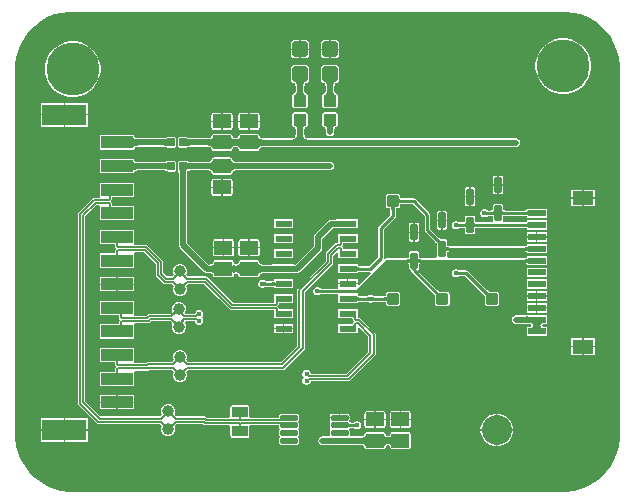
<source format=gtl>
G04*
G04 #@! TF.GenerationSoftware,Altium Limited,Altium Designer,22.10.1 (41)*
G04*
G04 Layer_Physical_Order=1*
G04 Layer_Color=255*
%FSLAX25Y25*%
%MOIN*%
G70*
G04*
G04 #@! TF.SameCoordinates,8FEA939C-E76D-43F5-B1C2-14765C5B3C68*
G04*
G04*
G04 #@! TF.FilePolarity,Positive*
G04*
G01*
G75*
%ADD10C,0.01000*%
%ADD15R,0.05728X0.02197*%
%ADD16C,0.03937*%
%ADD17R,0.05906X0.02362*%
%ADD18R,0.07087X0.04724*%
G04:AMPARAMS|DCode=19|XSize=55.12mil|YSize=35.43mil|CornerRadius=2.66mil|HoleSize=0mil|Usage=FLASHONLY|Rotation=180.000|XOffset=0mil|YOffset=0mil|HoleType=Round|Shape=RoundedRectangle|*
%AMROUNDEDRECTD19*
21,1,0.05512,0.03012,0,0,180.0*
21,1,0.04980,0.03543,0,0,180.0*
1,1,0.00532,-0.02490,0.01506*
1,1,0.00532,0.02490,0.01506*
1,1,0.00532,0.02490,-0.01506*
1,1,0.00532,-0.02490,-0.01506*
%
%ADD19ROUNDEDRECTD19*%
G04:AMPARAMS|DCode=20|XSize=39.37mil|YSize=39.37mil|CornerRadius=3.94mil|HoleSize=0mil|Usage=FLASHONLY|Rotation=90.000|XOffset=0mil|YOffset=0mil|HoleType=Round|Shape=RoundedRectangle|*
%AMROUNDEDRECTD20*
21,1,0.03937,0.03150,0,0,90.0*
21,1,0.03150,0.03937,0,0,90.0*
1,1,0.00787,0.01575,0.01575*
1,1,0.00787,0.01575,-0.01575*
1,1,0.00787,-0.01575,-0.01575*
1,1,0.00787,-0.01575,0.01575*
%
%ADD20ROUNDEDRECTD20*%
G04:AMPARAMS|DCode=21|XSize=57.09mil|YSize=17.72mil|CornerRadius=2.22mil|HoleSize=0mil|Usage=FLASHONLY|Rotation=180.000|XOffset=0mil|YOffset=0mil|HoleType=Round|Shape=RoundedRectangle|*
%AMROUNDEDRECTD21*
21,1,0.05709,0.01329,0,0,180.0*
21,1,0.05266,0.01772,0,0,180.0*
1,1,0.00443,-0.02633,0.00664*
1,1,0.00443,0.02633,0.00664*
1,1,0.00443,0.02633,-0.00664*
1,1,0.00443,-0.02633,-0.00664*
%
%ADD21ROUNDEDRECTD21*%
%ADD22R,0.10630X0.03937*%
%ADD23R,0.14961X0.07087*%
G04:AMPARAMS|DCode=24|XSize=23.62mil|YSize=27.56mil|CornerRadius=1.77mil|HoleSize=0mil|Usage=FLASHONLY|Rotation=180.000|XOffset=0mil|YOffset=0mil|HoleType=Round|Shape=RoundedRectangle|*
%AMROUNDEDRECTD24*
21,1,0.02362,0.02402,0,0,180.0*
21,1,0.02008,0.02756,0,0,180.0*
1,1,0.00354,-0.01004,0.01201*
1,1,0.00354,0.01004,0.01201*
1,1,0.00354,0.01004,-0.01201*
1,1,0.00354,-0.01004,-0.01201*
%
%ADD24ROUNDEDRECTD24*%
G04:AMPARAMS|DCode=25|XSize=49.21mil|YSize=62.99mil|CornerRadius=4.92mil|HoleSize=0mil|Usage=FLASHONLY|Rotation=270.000|XOffset=0mil|YOffset=0mil|HoleType=Round|Shape=RoundedRectangle|*
%AMROUNDEDRECTD25*
21,1,0.04921,0.05315,0,0,270.0*
21,1,0.03937,0.06299,0,0,270.0*
1,1,0.00984,-0.02657,-0.01968*
1,1,0.00984,-0.02657,0.01968*
1,1,0.00984,0.02657,0.01968*
1,1,0.00984,0.02657,-0.01968*
%
%ADD25ROUNDEDRECTD25*%
G04:AMPARAMS|DCode=26|XSize=51.18mil|YSize=51.18mil|CornerRadius=5.12mil|HoleSize=0mil|Usage=FLASHONLY|Rotation=270.000|XOffset=0mil|YOffset=0mil|HoleType=Round|Shape=RoundedRectangle|*
%AMROUNDEDRECTD26*
21,1,0.05118,0.04095,0,0,270.0*
21,1,0.04095,0.05118,0,0,270.0*
1,1,0.01024,-0.02047,-0.02047*
1,1,0.01024,-0.02047,0.02047*
1,1,0.01024,0.02047,0.02047*
1,1,0.01024,0.02047,-0.02047*
%
%ADD26ROUNDEDRECTD26*%
G04:AMPARAMS|DCode=27|XSize=43.31mil|YSize=39.37mil|CornerRadius=2.95mil|HoleSize=0mil|Usage=FLASHONLY|Rotation=180.000|XOffset=0mil|YOffset=0mil|HoleType=Round|Shape=RoundedRectangle|*
%AMROUNDEDRECTD27*
21,1,0.04331,0.03347,0,0,180.0*
21,1,0.03740,0.03937,0,0,180.0*
1,1,0.00591,-0.01870,0.01673*
1,1,0.00591,0.01870,0.01673*
1,1,0.00591,0.01870,-0.01673*
1,1,0.00591,-0.01870,-0.01673*
%
%ADD27ROUNDEDRECTD27*%
G04:AMPARAMS|DCode=28|XSize=53.15mil|YSize=25.59mil|CornerRadius=1.92mil|HoleSize=0mil|Usage=FLASHONLY|Rotation=270.000|XOffset=0mil|YOffset=0mil|HoleType=Round|Shape=RoundedRectangle|*
%AMROUNDEDRECTD28*
21,1,0.05315,0.02175,0,0,270.0*
21,1,0.04931,0.02559,0,0,270.0*
1,1,0.00384,-0.01088,-0.02466*
1,1,0.00384,-0.01088,0.02466*
1,1,0.00384,0.01088,0.02466*
1,1,0.00384,0.01088,-0.02466*
%
%ADD28ROUNDEDRECTD28*%
%ADD42C,0.00591*%
%ADD43C,0.02000*%
%ADD44C,0.10000*%
%ADD45C,0.17717*%
%ADD46C,0.01772*%
%ADD47C,0.02400*%
G36*
X486515Y384197D02*
X487773Y384197D01*
X490268Y383869D01*
X492699Y383217D01*
X495024Y382254D01*
X497203Y380996D01*
X499199Y379464D01*
X500979Y377685D01*
X502511Y375688D01*
X503769Y373509D01*
X504732Y371184D01*
X505383Y368753D01*
X505712Y366258D01*
X505712Y365000D01*
Y243243D01*
Y241985D01*
X505383Y239490D01*
X504732Y237059D01*
X503769Y234734D01*
X502511Y232555D01*
X500979Y230558D01*
X499199Y228779D01*
X497203Y227247D01*
X495024Y225989D01*
X492699Y225026D01*
X490268Y224374D01*
X487773Y224046D01*
X321984D01*
X319489Y224374D01*
X317059Y225026D01*
X314734Y225989D01*
X312554Y227247D01*
X310558Y228779D01*
X308779Y230558D01*
X307246Y232555D01*
X305988Y234734D01*
X305025Y237059D01*
X304374Y239490D01*
X304045Y241985D01*
X304045Y243243D01*
X304045Y365000D01*
Y366258D01*
X304374Y368753D01*
X305025Y371184D01*
X305988Y373509D01*
X307246Y375688D01*
X308778Y377685D01*
X310558Y379464D01*
X312554Y380996D01*
X314734Y382254D01*
X317059Y383217D01*
X319489Y383869D01*
X321984Y384197D01*
X323243Y384197D01*
X486515Y384197D01*
D02*
G37*
%LPC*%
G36*
X411047Y374611D02*
X409200D01*
Y371834D01*
X411977D01*
Y373681D01*
X411906Y374037D01*
X411705Y374339D01*
X411403Y374540D01*
X411047Y374611D01*
D02*
G37*
G36*
X401047D02*
X399200D01*
Y371834D01*
X401977D01*
Y373681D01*
X401906Y374037D01*
X401705Y374339D01*
X401403Y374540D01*
X401047Y374611D01*
D02*
G37*
G36*
X408800D02*
X406953D01*
X406597Y374540D01*
X406295Y374339D01*
X406094Y374037D01*
X406023Y373681D01*
Y371834D01*
X408800D01*
Y374611D01*
D02*
G37*
G36*
X398800D02*
X396953D01*
X396597Y374540D01*
X396295Y374339D01*
X396094Y374037D01*
X396023Y373681D01*
Y371834D01*
X398800D01*
Y374611D01*
D02*
G37*
G36*
X411977Y371434D02*
X409200D01*
Y368657D01*
X411047D01*
X411403Y368728D01*
X411705Y368929D01*
X411906Y369231D01*
X411977Y369587D01*
Y371434D01*
D02*
G37*
G36*
X408800D02*
X406023D01*
Y369587D01*
X406094Y369231D01*
X406295Y368929D01*
X406597Y368728D01*
X406953Y368657D01*
X408800D01*
Y371434D01*
D02*
G37*
G36*
X401977D02*
X399200D01*
Y368657D01*
X401047D01*
X401403Y368728D01*
X401705Y368929D01*
X401906Y369231D01*
X401977Y369587D01*
Y371434D01*
D02*
G37*
G36*
X398800D02*
X396023D01*
Y369587D01*
X396094Y369231D01*
X396295Y368929D01*
X396597Y368728D01*
X396953Y368657D01*
X398800D01*
Y371434D01*
D02*
G37*
G36*
X487669Y375258D02*
X485846D01*
X484057Y374903D01*
X482372Y374205D01*
X480856Y373191D01*
X479566Y371902D01*
X478553Y370385D01*
X477855Y368701D01*
X477499Y366912D01*
Y365088D01*
X477855Y363299D01*
X478553Y361615D01*
X479566Y360098D01*
X480856Y358809D01*
X482372Y357795D01*
X484057Y357098D01*
X485846Y356742D01*
X487669D01*
X489458Y357098D01*
X491143Y357795D01*
X492659Y358809D01*
X493949Y360098D01*
X494962Y361615D01*
X495660Y363299D01*
X496016Y365088D01*
Y366912D01*
X495660Y368701D01*
X494962Y370385D01*
X493949Y371902D01*
X492659Y373191D01*
X491143Y374205D01*
X489458Y374903D01*
X487669Y375258D01*
D02*
G37*
G36*
X324154Y374258D02*
X322331D01*
X320542Y373903D01*
X318857Y373205D01*
X317341Y372191D01*
X316051Y370902D01*
X315038Y369385D01*
X314340Y367701D01*
X313984Y365912D01*
Y364088D01*
X314340Y362299D01*
X315038Y360615D01*
X316051Y359098D01*
X317341Y357809D01*
X318857Y356795D01*
X320542Y356098D01*
X322331Y355742D01*
X324154D01*
X325943Y356098D01*
X327628Y356795D01*
X329144Y357809D01*
X330434Y359098D01*
X331447Y360615D01*
X332145Y362299D01*
X332501Y364088D01*
Y365912D01*
X332145Y367701D01*
X331447Y369385D01*
X330434Y370902D01*
X329144Y372191D01*
X327628Y373205D01*
X325943Y373903D01*
X324154Y374258D01*
D02*
G37*
G36*
X411047Y366343D02*
X406953D01*
X406597Y366272D01*
X406295Y366071D01*
X406094Y365769D01*
X406023Y365413D01*
Y361319D01*
X406094Y360963D01*
X406295Y360662D01*
X406597Y360460D01*
X406953Y360389D01*
X406969D01*
X407093Y360376D01*
X407164Y360351D01*
X407227Y360309D01*
X407293Y360238D01*
X407362Y360123D01*
X407429Y359959D01*
X407486Y359744D01*
X407530Y359479D01*
X407557Y359167D01*
X407567Y358798D01*
X407573Y358786D01*
Y358485D01*
X407567Y358473D01*
X407558Y358098D01*
X407530Y357779D01*
X407486Y357509D01*
X407429Y357289D01*
X407362Y357120D01*
X407292Y357002D01*
X407226Y356929D01*
X407165Y356887D01*
X407151Y356882D01*
X407130D01*
X406859Y356828D01*
X406704Y356725D01*
X406701Y356723D01*
X406700Y356722D01*
X406629Y356675D01*
X406475Y356445D01*
X406421Y356173D01*
Y352827D01*
X406475Y352555D01*
X406629Y352326D01*
X406859Y352172D01*
X407130Y352118D01*
X410870D01*
X411141Y352172D01*
X411371Y352326D01*
X411525Y352555D01*
X411579Y352827D01*
Y356173D01*
X411525Y356445D01*
X411371Y356675D01*
X411300Y356722D01*
X411300Y356723D01*
X411297Y356725D01*
X411141Y356828D01*
X410870Y356882D01*
X410849D01*
X410835Y356887D01*
X410774Y356929D01*
X410708Y357002D01*
X410638Y357120D01*
X410571Y357289D01*
X410513Y357509D01*
X410470Y357779D01*
X410442Y358098D01*
X410433Y358473D01*
X410427Y358485D01*
Y358786D01*
X410433Y358798D01*
X410442Y359167D01*
X410470Y359479D01*
X410514Y359744D01*
X410571Y359959D01*
X410638Y360123D01*
X410708Y360238D01*
X410774Y360309D01*
X410836Y360351D01*
X410907Y360376D01*
X411031Y360389D01*
X411047D01*
X411403Y360460D01*
X411705Y360662D01*
X411906Y360963D01*
X411977Y361319D01*
Y365413D01*
X411906Y365769D01*
X411705Y366071D01*
X411403Y366272D01*
X411047Y366343D01*
D02*
G37*
G36*
X401047D02*
X396953D01*
X396597Y366272D01*
X396295Y366071D01*
X396094Y365769D01*
X396023Y365413D01*
Y361319D01*
X396094Y360963D01*
X396295Y360662D01*
X396597Y360460D01*
X396953Y360389D01*
X396969D01*
X397093Y360376D01*
X397164Y360351D01*
X397227Y360309D01*
X397292Y360238D01*
X397362Y360123D01*
X397429Y359959D01*
X397486Y359744D01*
X397530Y359479D01*
X397557Y359167D01*
X397567Y358798D01*
X397573Y358786D01*
Y358485D01*
X397567Y358473D01*
X397558Y358098D01*
X397530Y357779D01*
X397486Y357509D01*
X397429Y357289D01*
X397362Y357120D01*
X397292Y357002D01*
X397226Y356929D01*
X397165Y356887D01*
X397151Y356882D01*
X397130D01*
X396859Y356828D01*
X396704Y356725D01*
X396701Y356723D01*
X396700Y356722D01*
X396629Y356675D01*
X396475Y356445D01*
X396421Y356173D01*
Y352827D01*
X396475Y352555D01*
X396629Y352326D01*
X396859Y352172D01*
X397130Y352118D01*
X400870D01*
X401141Y352172D01*
X401371Y352326D01*
X401525Y352555D01*
X401579Y352827D01*
Y356173D01*
X401525Y356445D01*
X401371Y356675D01*
X401300Y356722D01*
X401299Y356723D01*
X401297Y356725D01*
X401141Y356828D01*
X400870Y356882D01*
X400849D01*
X400835Y356887D01*
X400774Y356929D01*
X400708Y357002D01*
X400638Y357120D01*
X400571Y357289D01*
X400514Y357509D01*
X400470Y357779D01*
X400442Y358098D01*
X400433Y358473D01*
X400427Y358485D01*
Y358786D01*
X400433Y358798D01*
X400443Y359167D01*
X400470Y359479D01*
X400514Y359744D01*
X400571Y359959D01*
X400638Y360123D01*
X400707Y360238D01*
X400773Y360309D01*
X400836Y360351D01*
X400907Y360376D01*
X401031Y360389D01*
X401047D01*
X401403Y360460D01*
X401705Y360662D01*
X401906Y360963D01*
X401977Y361319D01*
Y365413D01*
X401906Y365769D01*
X401705Y366071D01*
X401403Y366272D01*
X401047Y366343D01*
D02*
G37*
G36*
X328361Y353760D02*
X320680D01*
Y350016D01*
X328361D01*
Y353760D01*
D02*
G37*
G36*
X320280D02*
X312600D01*
Y350016D01*
X320280D01*
Y353760D01*
D02*
G37*
G36*
X384658Y350490D02*
X382200D01*
Y347812D01*
X385567D01*
Y349580D01*
X385498Y349928D01*
X385301Y350223D01*
X385006Y350420D01*
X384658Y350490D01*
D02*
G37*
G36*
X375658D02*
X373200D01*
Y347812D01*
X376567D01*
Y349580D01*
X376498Y349928D01*
X376301Y350223D01*
X376006Y350420D01*
X375658Y350490D01*
D02*
G37*
G36*
X381800D02*
X379343D01*
X378994Y350420D01*
X378699Y350223D01*
X378502Y349928D01*
X378433Y349580D01*
Y347812D01*
X381800D01*
Y350490D01*
D02*
G37*
G36*
X372800D02*
X370342D01*
X369994Y350420D01*
X369699Y350223D01*
X369502Y349928D01*
X369433Y349580D01*
Y347812D01*
X372800D01*
Y350490D01*
D02*
G37*
G36*
X328361Y349616D02*
X320680D01*
Y345873D01*
X328361D01*
Y349616D01*
D02*
G37*
G36*
X320280D02*
X312600D01*
Y345873D01*
X320280D01*
Y349616D01*
D02*
G37*
G36*
X385567Y347412D02*
X382200D01*
Y344734D01*
X384658D01*
X385006Y344803D01*
X385301Y345000D01*
X385498Y345295D01*
X385567Y345643D01*
Y347412D01*
D02*
G37*
G36*
X381800D02*
X378433D01*
Y345643D01*
X378502Y345295D01*
X378699Y345000D01*
X378994Y344803D01*
X379343Y344734D01*
X381800D01*
Y347412D01*
D02*
G37*
G36*
X376567D02*
X373200D01*
Y344734D01*
X375658D01*
X376006Y344803D01*
X376301Y345000D01*
X376498Y345295D01*
X376567Y345643D01*
Y347412D01*
D02*
G37*
G36*
X372800D02*
X369433D01*
Y345643D01*
X369502Y345295D01*
X369699Y345000D01*
X369994Y344803D01*
X370342Y344734D01*
X372800D01*
Y347412D01*
D02*
G37*
G36*
X343303Y342954D02*
X343293Y342950D01*
X343256Y342951D01*
X343222Y342933D01*
X332285D01*
Y338196D01*
X343215D01*
X343222Y338196D01*
X343256Y338178D01*
X343293Y338179D01*
X343303Y338175D01*
X343715Y338196D01*
Y338416D01*
X343715D01*
Y338416D01*
X343887Y338873D01*
X343992Y338934D01*
X344156Y338999D01*
X344371Y339054D01*
X344635Y339096D01*
X344947Y339122D01*
X345314Y339132D01*
X345326Y339137D01*
X352828D01*
X352841Y339131D01*
X353525Y339119D01*
X354054Y339081D01*
X354251Y339055D01*
X354408Y339025D01*
X354516Y338995D01*
X354564Y338974D01*
X354586Y338922D01*
X354783Y338840D01*
X354832Y338810D01*
X354848Y338813D01*
X355028Y338739D01*
X357035D01*
X357477Y338922D01*
X357660Y339364D01*
Y341765D01*
X357477Y342207D01*
X357035Y342390D01*
X355028D01*
X354848Y342315D01*
X354832Y342319D01*
X354783Y342288D01*
X354586Y342207D01*
X354564Y342154D01*
X354516Y342134D01*
X354408Y342104D01*
X354264Y342076D01*
X353197Y342001D01*
X352845Y341997D01*
X352832Y341992D01*
X345326D01*
X345314Y341997D01*
X344947Y342006D01*
X344635Y342033D01*
X344371Y342075D01*
X344156Y342130D01*
X343992Y342194D01*
X343887Y342256D01*
X343715Y342713D01*
Y342713D01*
X343715D01*
X343715Y342933D01*
X343303Y342954D01*
D02*
G37*
G36*
X410870Y350583D02*
X407130D01*
X406859Y350529D01*
X406629Y350375D01*
X406475Y350145D01*
X406421Y349874D01*
Y346528D01*
X406475Y346256D01*
X406629Y346026D01*
X406700Y345979D01*
X406701Y345977D01*
X406704Y345976D01*
X406859Y345873D01*
X407130Y345819D01*
X407151D01*
X407165Y345814D01*
X407226Y345772D01*
X407292Y345698D01*
X407362Y345581D01*
X407429Y345412D01*
X407486Y345192D01*
X407530Y344922D01*
X407558Y344603D01*
X407567Y344228D01*
X407573Y344215D01*
Y344000D01*
X407614Y343791D01*
Y343724D01*
X407640Y343663D01*
X407681Y343454D01*
X407800Y343276D01*
X407825Y343215D01*
X407872Y343168D01*
X407991Y342991D01*
X408168Y342872D01*
X408215Y342825D01*
X408276Y342800D01*
X408454Y342681D01*
X408663Y342640D01*
X408724Y342614D01*
X408791D01*
X409000Y342573D01*
X409209Y342614D01*
X409276D01*
X409337Y342640D01*
X409546Y342681D01*
X409724Y342800D01*
X409785Y342825D01*
X409832Y342872D01*
X410009Y342991D01*
X410128Y343168D01*
X410175Y343215D01*
X410200Y343276D01*
X410319Y343454D01*
X410360Y343663D01*
X410386Y343724D01*
Y343791D01*
X410427Y344000D01*
Y344215D01*
X410433Y344228D01*
X410442Y344603D01*
X410470Y344922D01*
X410513Y345192D01*
X410571Y345412D01*
X410638Y345581D01*
X410708Y345698D01*
X410774Y345772D01*
X410835Y345814D01*
X410849Y345819D01*
X410870D01*
X411141Y345873D01*
X411297Y345976D01*
X411300Y345977D01*
X411300Y345979D01*
X411371Y346026D01*
X411525Y346256D01*
X411579Y346528D01*
Y349874D01*
X411525Y350145D01*
X411371Y350375D01*
X411141Y350529D01*
X410870Y350583D01*
D02*
G37*
G36*
X400870D02*
X397130D01*
X396859Y350529D01*
X396629Y350375D01*
X396475Y350145D01*
X396421Y349874D01*
Y346528D01*
X396475Y346256D01*
X396629Y346026D01*
X396700Y345979D01*
X396701Y345977D01*
X396704Y345976D01*
X396859Y345873D01*
X397130Y345819D01*
X397151D01*
X397165Y345814D01*
X397226Y345772D01*
X397292Y345698D01*
X397362Y345581D01*
X397429Y345412D01*
X397486Y345192D01*
X397530Y344922D01*
X397558Y344603D01*
X397567Y344228D01*
X397573Y344215D01*
Y343534D01*
X397568Y343524D01*
X397549Y343170D01*
X397499Y342888D01*
X397421Y342653D01*
X397319Y342463D01*
X397192Y342309D01*
X397038Y342182D01*
X396848Y342080D01*
X396613Y342002D01*
X396331Y341952D01*
X395977Y341933D01*
X395967Y341928D01*
X387170D01*
X387158Y341934D01*
X386789Y341943D01*
X386476Y341971D01*
X386210Y342015D01*
X385995Y342072D01*
X385831Y342139D01*
X385717Y342208D01*
X385646Y342274D01*
X385604Y342336D01*
X385580Y342406D01*
X385567Y342532D01*
Y342533D01*
X385567Y342534D01*
X385566Y342545D01*
X385564Y342548D01*
X385498Y342881D01*
X385301Y343176D01*
X385006Y343373D01*
X384658Y343443D01*
X379343D01*
X378994Y343373D01*
X378699Y343176D01*
X378502Y342881D01*
X378452Y342629D01*
X378440Y342608D01*
X378426Y342470D01*
X378401Y342400D01*
X378359Y342338D01*
X378287Y342272D01*
X378172Y342202D01*
X378007Y342136D01*
X377791Y342078D01*
X377525Y342034D01*
X377500Y342032D01*
X377475Y342034D01*
X377209Y342078D01*
X376993Y342136D01*
X376828Y342202D01*
X376713Y342272D01*
X376641Y342338D01*
X376599Y342400D01*
X376574Y342470D01*
X376559Y342608D01*
X376548Y342629D01*
X376498Y342881D01*
X376301Y343176D01*
X376006Y343373D01*
X375658Y343443D01*
X370342D01*
X369994Y343373D01*
X369699Y343176D01*
X369502Y342881D01*
X369452Y342629D01*
X369441Y342608D01*
X369426Y342470D01*
X369401Y342400D01*
X369359Y342338D01*
X369287Y342272D01*
X369172Y342202D01*
X369007Y342136D01*
X368791Y342078D01*
X368525Y342034D01*
X368212Y342007D01*
X367842Y341997D01*
X367830Y341992D01*
X363172D01*
X363159Y341997D01*
X362475Y342010D01*
X361946Y342048D01*
X361749Y342074D01*
X361592Y342104D01*
X361484Y342134D01*
X361436Y342154D01*
X361414Y342207D01*
X361217Y342288D01*
X361168Y342319D01*
X361152Y342315D01*
X360972Y342390D01*
X358965D01*
X358523Y342207D01*
X358340Y341765D01*
Y339364D01*
X358523Y338922D01*
X358965Y338739D01*
X360972D01*
X361152Y338813D01*
X361168Y338810D01*
X361217Y338840D01*
X361414Y338922D01*
X361436Y338974D01*
X361484Y338995D01*
X361592Y339025D01*
X361736Y339053D01*
X362803Y339128D01*
X363155Y339131D01*
X363168Y339137D01*
X367830D01*
X367842Y339132D01*
X368212Y339122D01*
X368525Y339095D01*
X368791Y339051D01*
X369007Y338993D01*
X369172Y338927D01*
X369287Y338857D01*
X369359Y338791D01*
X369401Y338729D01*
X369426Y338659D01*
X369441Y338521D01*
X369452Y338500D01*
X369502Y338248D01*
X369699Y337953D01*
X369994Y337755D01*
X370342Y337686D01*
X375658D01*
X376006Y337755D01*
X376301Y337953D01*
X376498Y338248D01*
X376548Y338500D01*
X376559Y338521D01*
X376574Y338659D01*
X376599Y338729D01*
X376641Y338791D01*
X376713Y338857D01*
X376828Y338927D01*
X376993Y338993D01*
X377209Y339051D01*
X377475Y339095D01*
X377500Y339097D01*
X377525Y339095D01*
X377791Y339051D01*
X378007Y338993D01*
X378172Y338927D01*
X378287Y338857D01*
X378359Y338791D01*
X378401Y338729D01*
X378426Y338659D01*
X378440Y338521D01*
X378452Y338500D01*
X378502Y338248D01*
X378699Y337953D01*
X378994Y337755D01*
X379343Y337686D01*
X384658D01*
X385006Y337755D01*
X385301Y337953D01*
X385498Y338248D01*
X385535Y338434D01*
X385547Y338455D01*
X385556Y338542D01*
X385567Y338596D01*
Y338607D01*
X385588Y338664D01*
X385630Y338726D01*
X385703Y338793D01*
X385820Y338863D01*
X385986Y338930D01*
X386204Y338987D01*
X386471Y339031D01*
X386787Y339058D01*
X387158Y339068D01*
X387170Y339073D01*
X470999D01*
X471203Y339114D01*
X471276D01*
X471343Y339142D01*
X471545Y339182D01*
X471717Y339297D01*
X471785Y339325D01*
X471837Y339377D01*
X472008Y339492D01*
X472123Y339663D01*
X472175Y339715D01*
X472203Y339783D01*
X472318Y339955D01*
X472358Y340158D01*
X472386Y340224D01*
Y340297D01*
X472427Y340501D01*
X472386Y340705D01*
Y340776D01*
X472359Y340841D01*
X472318Y341047D01*
X472201Y341222D01*
X472175Y341285D01*
X472127Y341333D01*
X472008Y341510D01*
X471831Y341629D01*
X471785Y341675D01*
X471725Y341700D01*
X471545Y341820D01*
X471333Y341862D01*
X471276Y341886D01*
X471213D01*
X470999Y341928D01*
X402033D01*
X402023Y341933D01*
X401669Y341952D01*
X401387Y342002D01*
X401152Y342080D01*
X400962Y342182D01*
X400808Y342309D01*
X400681Y342463D01*
X400579Y342653D01*
X400501Y342888D01*
X400451Y343170D01*
X400432Y343524D01*
X400427Y343534D01*
Y344215D01*
X400433Y344228D01*
X400442Y344603D01*
X400470Y344922D01*
X400514Y345192D01*
X400571Y345412D01*
X400638Y345581D01*
X400708Y345698D01*
X400774Y345772D01*
X400835Y345814D01*
X400849Y345819D01*
X400870D01*
X401141Y345873D01*
X401297Y345976D01*
X401299Y345977D01*
X401300Y345979D01*
X401371Y346026D01*
X401525Y346256D01*
X401579Y346528D01*
Y349874D01*
X401525Y350145D01*
X401371Y350375D01*
X401141Y350529D01*
X400870Y350583D01*
D02*
G37*
G36*
X343303Y335080D02*
X343293Y335076D01*
X343256Y335077D01*
X343222Y335059D01*
X332285D01*
Y330322D01*
X343215D01*
X343222Y330322D01*
X343256Y330304D01*
X343293Y330305D01*
X343303Y330301D01*
X343715Y330322D01*
Y330542D01*
X343715D01*
Y330542D01*
X343887Y330999D01*
X343992Y331060D01*
X344156Y331125D01*
X344371Y331180D01*
X344635Y331222D01*
X344947Y331248D01*
X345314Y331258D01*
X345326Y331263D01*
X352828D01*
X352841Y331258D01*
X353525Y331245D01*
X354054Y331207D01*
X354251Y331181D01*
X354408Y331151D01*
X354516Y331121D01*
X354564Y331100D01*
X354586Y331048D01*
X354783Y330966D01*
X354832Y330936D01*
X354848Y330939D01*
X355028Y330865D01*
X357035D01*
X357477Y331048D01*
X357660Y331490D01*
Y333891D01*
X357477Y334333D01*
X357035Y334516D01*
X355028D01*
X354848Y334441D01*
X354832Y334445D01*
X354783Y334415D01*
X354586Y334333D01*
X354564Y334280D01*
X354516Y334260D01*
X354408Y334230D01*
X354264Y334202D01*
X353197Y334126D01*
X352845Y334123D01*
X352832Y334118D01*
X345326D01*
X345314Y334123D01*
X344947Y334133D01*
X344635Y334159D01*
X344371Y334201D01*
X344156Y334256D01*
X343992Y334320D01*
X343887Y334382D01*
X343715Y334839D01*
Y334839D01*
X343715D01*
X343715Y335059D01*
X343303Y335080D01*
D02*
G37*
G36*
X375658Y335568D02*
X370342D01*
X369994Y335499D01*
X369699Y335302D01*
X369502Y335007D01*
X369452Y334755D01*
X369441Y334734D01*
X369426Y334595D01*
X369401Y334526D01*
X369359Y334464D01*
X369287Y334398D01*
X369172Y334328D01*
X369007Y334261D01*
X368791Y334204D01*
X368525Y334160D01*
X368212Y334133D01*
X367842Y334123D01*
X367830Y334118D01*
X363172D01*
X363159Y334123D01*
X362475Y334136D01*
X361946Y334174D01*
X361749Y334200D01*
X361592Y334230D01*
X361484Y334260D01*
X361436Y334280D01*
X361414Y334333D01*
X361217Y334415D01*
X361168Y334445D01*
X361152Y334441D01*
X360972Y334516D01*
X358965D01*
X358523Y334333D01*
X358340Y333891D01*
Y331490D01*
X358434Y331263D01*
X358534Y329677D01*
X358536Y329309D01*
X358541Y329296D01*
Y306532D01*
X358541Y306532D01*
X358650Y305985D01*
X358959Y305522D01*
X367072Y297409D01*
X367072Y297409D01*
X367535Y297100D01*
X368081Y296991D01*
X368330D01*
X368342Y296986D01*
X368712Y296976D01*
X369025Y296949D01*
X369291Y296905D01*
X369507Y296847D01*
X369672Y296781D01*
X369787Y296711D01*
X369859Y296645D01*
X369901Y296583D01*
X369926Y296513D01*
X369940Y296375D01*
X369952Y296354D01*
X370002Y296102D01*
X370199Y295807D01*
X370494Y295610D01*
X370843Y295540D01*
X376157D01*
X376506Y295610D01*
X376801Y295807D01*
X376998Y296102D01*
X377048Y296354D01*
X377060Y296375D01*
X377074Y296513D01*
X377099Y296583D01*
X377141Y296645D01*
X377213Y296711D01*
X377328Y296781D01*
X377493Y296847D01*
X377709Y296905D01*
X377750Y296912D01*
X377791Y296905D01*
X378007Y296847D01*
X378172Y296781D01*
X378287Y296711D01*
X378359Y296645D01*
X378401Y296583D01*
X378426Y296513D01*
X378440Y296375D01*
X378452Y296354D01*
X378502Y296102D01*
X378699Y295807D01*
X378994Y295610D01*
X379343Y295540D01*
X384658D01*
X385006Y295610D01*
X385301Y295807D01*
X385498Y296102D01*
X385548Y296354D01*
X385560Y296375D01*
X385574Y296513D01*
X385599Y296583D01*
X385641Y296645D01*
X385713Y296711D01*
X385828Y296781D01*
X385993Y296847D01*
X386209Y296905D01*
X386475Y296949D01*
X386788Y296976D01*
X387158Y296986D01*
X387170Y296991D01*
X388658D01*
X388670Y296986D01*
X390160Y296964D01*
X390265Y296957D01*
X390265Y296920D01*
X390677Y296899D01*
X390685Y296903D01*
X390719Y296901D01*
X390754Y296920D01*
X396330D01*
X396381Y296899D01*
X396402Y296900D01*
X396403Y296900D01*
X396793Y296920D01*
Y296920D01*
X398050Y296986D01*
X398084Y297002D01*
X398237Y297033D01*
X398303D01*
X398365Y297058D01*
X398574Y297100D01*
X398751Y297218D01*
X398813Y297244D01*
X398860Y297291D01*
X399037Y297409D01*
X406009Y304382D01*
X406009Y304382D01*
X406319Y304845D01*
X406427Y305391D01*
X406427Y305391D01*
Y308409D01*
X410010Y311991D01*
X410086D01*
X410098Y311986D01*
X411588Y311964D01*
X411693Y311957D01*
X411693Y311920D01*
X412105Y311899D01*
X412113Y311903D01*
X412147Y311901D01*
X412182Y311920D01*
X418221D01*
Y314917D01*
X412155D01*
X412105Y314938D01*
X412095Y314934D01*
X412086Y314937D01*
X410086Y314851D01*
X410075Y314846D01*
X409418D01*
X409418Y314846D01*
X408872Y314737D01*
X408409Y314428D01*
X408409Y314428D01*
X403991Y310009D01*
X403681Y309546D01*
X403573Y309000D01*
X403573Y309000D01*
Y305982D01*
X397447Y299857D01*
X397199Y299859D01*
X396793Y299877D01*
X396793Y299917D01*
X396381Y299938D01*
X396381Y299938D01*
X396380Y299938D01*
X396330Y299917D01*
X390727D01*
X390677Y299938D01*
X390667Y299934D01*
X390658Y299938D01*
X388658Y299851D01*
X388647Y299846D01*
X387170D01*
X387158Y299851D01*
X386788Y299861D01*
X386475Y299888D01*
X386209Y299932D01*
X385993Y299990D01*
X385828Y300056D01*
X385713Y300126D01*
X385641Y300192D01*
X385599Y300254D01*
X385574Y300324D01*
X385560Y300462D01*
X385548Y300483D01*
X385498Y300735D01*
X385301Y301030D01*
X385006Y301227D01*
X384658Y301297D01*
X379343D01*
X378994Y301227D01*
X378699Y301030D01*
X378502Y300735D01*
X378452Y300483D01*
X378440Y300462D01*
X378426Y300324D01*
X378401Y300254D01*
X378359Y300192D01*
X378287Y300126D01*
X378172Y300056D01*
X378007Y299990D01*
X377791Y299932D01*
X377750Y299925D01*
X377709Y299932D01*
X377493Y299990D01*
X377328Y300056D01*
X377213Y300126D01*
X377141Y300192D01*
X377099Y300254D01*
X377074Y300324D01*
X377060Y300462D01*
X377048Y300483D01*
X376998Y300735D01*
X376801Y301030D01*
X376506Y301227D01*
X376157Y301297D01*
X370843D01*
X370494Y301227D01*
X370199Y301030D01*
X370002Y300735D01*
X369952Y300483D01*
X369940Y300462D01*
X369926Y300324D01*
X369901Y300254D01*
X369859Y300192D01*
X369787Y300126D01*
X369672Y300056D01*
X369507Y299990D01*
X369291Y299932D01*
X369025Y299888D01*
X368712Y299861D01*
X368659Y299859D01*
X361396Y307123D01*
Y329293D01*
X361401Y329306D01*
X361413Y330321D01*
X361447Y330973D01*
X361461Y331092D01*
X361465Y331113D01*
X361484Y331121D01*
X361592Y331151D01*
X361736Y331178D01*
X362803Y331254D01*
X363155Y331258D01*
X363168Y331263D01*
X367830D01*
X367842Y331258D01*
X368212Y331248D01*
X368525Y331221D01*
X368791Y331177D01*
X369007Y331119D01*
X369172Y331053D01*
X369287Y330983D01*
X369359Y330917D01*
X369401Y330855D01*
X369426Y330785D01*
X369441Y330647D01*
X369452Y330626D01*
X369502Y330374D01*
X369699Y330079D01*
X369994Y329882D01*
X370342Y329812D01*
X375658D01*
X376006Y329882D01*
X376301Y330079D01*
X376498Y330374D01*
X376548Y330626D01*
X376559Y330647D01*
X376574Y330785D01*
X376599Y330855D01*
X376641Y330917D01*
X376713Y330983D01*
X376828Y331053D01*
X376993Y331119D01*
X377209Y331177D01*
X377475Y331221D01*
X377788Y331248D01*
X378158Y331258D01*
X378170Y331263D01*
X409000D01*
X409209Y331305D01*
X409276D01*
X409337Y331330D01*
X409546Y331372D01*
X409724Y331490D01*
X409785Y331516D01*
X409832Y331562D01*
X410009Y331681D01*
X410128Y331858D01*
X410175Y331905D01*
X410200Y331967D01*
X410319Y332144D01*
X410360Y332353D01*
X410386Y332415D01*
Y332481D01*
X410427Y332690D01*
X410386Y332900D01*
Y332966D01*
X410360Y333028D01*
X410319Y333237D01*
X410200Y333414D01*
X410175Y333475D01*
X410128Y333522D01*
X410009Y333700D01*
X409832Y333818D01*
X409785Y333865D01*
X409724Y333891D01*
X409546Y334009D01*
X409337Y334051D01*
X409276Y334076D01*
X409209D01*
X409000Y334118D01*
X378170D01*
X378158Y334123D01*
X377788Y334133D01*
X377475Y334160D01*
X377209Y334204D01*
X376993Y334261D01*
X376828Y334328D01*
X376713Y334398D01*
X376641Y334464D01*
X376599Y334526D01*
X376574Y334595D01*
X376559Y334734D01*
X376548Y334755D01*
X376498Y335007D01*
X376301Y335302D01*
X376006Y335499D01*
X375658Y335568D01*
D02*
G37*
G36*
X466088Y329498D02*
X465200D01*
Y326591D01*
X466728D01*
Y328857D01*
X466541Y329310D01*
X466088Y329498D01*
D02*
G37*
G36*
X464800D02*
X463912D01*
X463459Y329310D01*
X463272Y328857D01*
Y326591D01*
X464800D01*
Y329498D01*
D02*
G37*
G36*
X375658Y328521D02*
X373200D01*
Y325843D01*
X376567D01*
Y327612D01*
X376498Y327960D01*
X376301Y328255D01*
X376006Y328452D01*
X375658Y328521D01*
D02*
G37*
G36*
X372800D02*
X370342D01*
X369994Y328452D01*
X369699Y328255D01*
X369502Y327960D01*
X369433Y327612D01*
Y325843D01*
X372800D01*
Y328521D01*
D02*
G37*
G36*
X466728Y326191D02*
X465200D01*
Y323285D01*
X466088D01*
X466541Y323473D01*
X466728Y323926D01*
Y326191D01*
D02*
G37*
G36*
X464800D02*
X463272D01*
Y323926D01*
X463459Y323473D01*
X463912Y323285D01*
X464800D01*
Y326191D01*
D02*
G37*
G36*
X376567Y325443D02*
X373200D01*
Y322765D01*
X375658D01*
X376006Y322834D01*
X376301Y323031D01*
X376498Y323327D01*
X376567Y323675D01*
Y325443D01*
D02*
G37*
G36*
X372800D02*
X369433D01*
Y323675D01*
X369502Y323327D01*
X369699Y323031D01*
X369994Y322834D01*
X370342Y322765D01*
X372800D01*
Y325443D01*
D02*
G37*
G36*
X456754Y325560D02*
X455867D01*
Y322654D01*
X457395D01*
Y324920D01*
X457207Y325373D01*
X456754Y325560D01*
D02*
G37*
G36*
X455467D02*
X454579D01*
X454126Y325373D01*
X453938Y324920D01*
Y322654D01*
X455467D01*
Y325560D01*
D02*
G37*
G36*
X497258Y324823D02*
X493515D01*
Y322260D01*
X497258D01*
Y324823D01*
D02*
G37*
G36*
X493115D02*
X489372D01*
Y322260D01*
X493115D01*
Y324823D01*
D02*
G37*
G36*
X457395Y322254D02*
X455867D01*
Y319348D01*
X456754D01*
X457207Y319536D01*
X457395Y319989D01*
Y322254D01*
D02*
G37*
G36*
X455467D02*
X453938D01*
Y319989D01*
X454126Y319536D01*
X454579Y319348D01*
X455467D01*
Y322254D01*
D02*
G37*
G36*
X497258Y321861D02*
X493515D01*
Y319298D01*
X497258D01*
Y321861D01*
D02*
G37*
G36*
X493115D02*
X489372D01*
Y319298D01*
X493115D01*
Y321861D01*
D02*
G37*
G36*
X466088Y320049D02*
X463912D01*
X463459Y319861D01*
X463272Y319408D01*
Y317951D01*
X463228Y317934D01*
X463143Y317911D01*
X463028Y317892D01*
X462886Y317880D01*
X462706Y317875D01*
X462672Y317860D01*
X461649D01*
X461614Y317875D01*
X461525Y317877D01*
X461285Y318117D01*
X460776Y318328D01*
X460224D01*
X459715Y318117D01*
X459325Y317727D01*
X459114Y317218D01*
Y316667D01*
X459325Y316157D01*
X459715Y315768D01*
X460224Y315557D01*
X460776D01*
X461285Y315768D01*
X461526Y316009D01*
X461529Y316009D01*
X461607Y316009D01*
X461644Y316025D01*
X462672D01*
X462706Y316010D01*
X462886Y316005D01*
X463028Y315992D01*
X463143Y315974D01*
X463228Y315951D01*
X463272Y315933D01*
Y314477D01*
X463294Y314423D01*
X462960Y313923D01*
X457994D01*
X457960Y313938D01*
X457781Y313943D01*
X457639Y313955D01*
X457524Y313974D01*
X457439Y313997D01*
X457395Y314015D01*
Y315471D01*
X457207Y315924D01*
X456754Y316112D01*
X454579D01*
X454126Y315924D01*
X453938Y315471D01*
Y314015D01*
X453895Y313997D01*
X453809Y313974D01*
X453694Y313955D01*
X453552Y313943D01*
X453373Y313938D01*
X453339Y313923D01*
X452149D01*
X452114Y313938D01*
X452025Y313940D01*
X451785Y314180D01*
X451276Y314391D01*
X450724D01*
X450215Y314180D01*
X449825Y313790D01*
X449614Y313281D01*
Y312730D01*
X449825Y312220D01*
X450215Y311830D01*
X450724Y311620D01*
X451276D01*
X451785Y311830D01*
X452026Y312072D01*
X452029Y312072D01*
X452107Y312072D01*
X452144Y312088D01*
X453339D01*
X453373Y312073D01*
X453552Y312068D01*
X453694Y312055D01*
X453809Y312037D01*
X453895Y312014D01*
X453938Y311996D01*
Y310540D01*
X454126Y310087D01*
X454579Y309899D01*
X456754D01*
X457207Y310087D01*
X457395Y310540D01*
Y311996D01*
X457439Y312014D01*
X457524Y312037D01*
X457639Y312055D01*
X457781Y312068D01*
X457960Y312073D01*
X457994Y312088D01*
X473975D01*
X474009Y312073D01*
X474188Y312068D01*
X474330Y312055D01*
X474445Y312037D01*
X474530Y312014D01*
X474585Y311992D01*
X474599Y311983D01*
X474601Y311960D01*
X474608Y311948D01*
Y311424D01*
X481313D01*
Y314586D01*
X474608D01*
Y314063D01*
X474601Y314051D01*
X474599Y314027D01*
X474585Y314019D01*
X474530Y313997D01*
X474445Y313974D01*
X474330Y313955D01*
X474188Y313943D01*
X474009Y313938D01*
X473975Y313923D01*
X467040D01*
X466706Y314423D01*
X466728Y314477D01*
Y315933D01*
X466772Y315951D01*
X466857Y315974D01*
X466972Y315992D01*
X467114Y316005D01*
X467294Y316010D01*
X467328Y316025D01*
X473975D01*
X474009Y316010D01*
X474188Y316005D01*
X474330Y315992D01*
X474445Y315974D01*
X474530Y315951D01*
X474585Y315929D01*
X474599Y315920D01*
X474601Y315897D01*
X474608Y315885D01*
Y315361D01*
X481313D01*
Y318524D01*
X474608D01*
Y318000D01*
X474601Y317988D01*
X474599Y317964D01*
X474585Y317956D01*
X474530Y317934D01*
X474445Y317911D01*
X474330Y317892D01*
X474188Y317880D01*
X474009Y317875D01*
X473975Y317860D01*
X467328D01*
X467294Y317875D01*
X467114Y317880D01*
X466972Y317892D01*
X466857Y317911D01*
X466772Y317934D01*
X466728Y317951D01*
Y319408D01*
X466541Y319861D01*
X466088Y320049D01*
D02*
G37*
G36*
X447421Y317687D02*
X446533D01*
Y314780D01*
X448062D01*
Y317046D01*
X447874Y317499D01*
X447421Y317687D01*
D02*
G37*
G36*
X446133D02*
X445246D01*
X444793Y317499D01*
X444605Y317046D01*
Y314780D01*
X446133D01*
Y317687D01*
D02*
G37*
G36*
X343715Y327185D02*
X332285D01*
Y322448D01*
X331921Y322120D01*
X330466D01*
X330195Y322066D01*
X329965Y321912D01*
X325207Y317155D01*
X325054Y316925D01*
X325000Y316653D01*
Y253497D01*
X325054Y253225D01*
X325207Y252995D01*
X331236Y246967D01*
X331466Y246814D01*
X331737Y246760D01*
X352301D01*
X352729Y246331D01*
X352746Y246287D01*
X352812Y246218D01*
X352856Y246165D01*
X352888Y246120D01*
X352909Y246085D01*
X352917Y246066D01*
X352917Y246057D01*
X352917Y246055D01*
X352917Y246053D01*
X352918Y246009D01*
X352695Y245471D01*
Y244529D01*
X353055Y243658D01*
X353721Y242992D01*
X354592Y242632D01*
X355534D01*
X356405Y242992D01*
X357071Y243658D01*
X357432Y244529D01*
Y245471D01*
X357208Y246009D01*
X357209Y246053D01*
X357209Y246055D01*
X357209Y246057D01*
X357209Y246066D01*
X357217Y246085D01*
X357237Y246120D01*
X357270Y246165D01*
X357314Y246218D01*
X357380Y246287D01*
X357397Y246331D01*
X357825Y246760D01*
X366593D01*
X366826Y246526D01*
X367056Y246373D01*
X367327Y246319D01*
X375428D01*
X375476Y246291D01*
X375800Y245819D01*
X375800Y245817D01*
Y242805D01*
X375851Y242545D01*
X375998Y242325D01*
X376219Y242178D01*
X376478Y242126D01*
X381459D01*
X381718Y242178D01*
X381939Y242325D01*
X382086Y242545D01*
X382137Y242805D01*
Y245817D01*
X382137Y245819D01*
X382461Y246291D01*
X382509Y246319D01*
X391801D01*
X391839Y246300D01*
X392048Y245864D01*
Y245615D01*
X392096Y245373D01*
X392234Y245167D01*
Y244833D01*
X392096Y244627D01*
X392048Y244385D01*
Y243056D01*
X392096Y242814D01*
X392234Y242608D01*
Y242274D01*
X392096Y242068D01*
X392048Y241826D01*
Y240497D01*
X392096Y240255D01*
X392234Y240049D01*
X392439Y239912D01*
X392682Y239863D01*
X397948D01*
X398190Y239912D01*
X398396Y240049D01*
X398533Y240255D01*
X398581Y240497D01*
Y241826D01*
X398533Y242068D01*
X398396Y242274D01*
Y242608D01*
X398533Y242814D01*
X398581Y243056D01*
Y244385D01*
X398533Y244627D01*
X398396Y244833D01*
Y245167D01*
X398533Y245373D01*
X398581Y245615D01*
Y246944D01*
X398533Y247186D01*
X398396Y247392D01*
Y247726D01*
X398533Y247932D01*
X398581Y248174D01*
Y249503D01*
X398533Y249745D01*
X398396Y249951D01*
X398190Y250088D01*
X397948Y250137D01*
X392682D01*
X392439Y250088D01*
X392234Y249951D01*
X392096Y249745D01*
X392048Y249503D01*
Y249255D01*
X391839Y248818D01*
X391801Y248799D01*
X382509D01*
X382461Y248827D01*
X382137Y249299D01*
X382137Y249301D01*
Y252313D01*
X382086Y252573D01*
X381939Y252793D01*
X381718Y252940D01*
X381459Y252992D01*
X376478D01*
X376219Y252940D01*
X375998Y252793D01*
X375851Y252573D01*
X375800Y252313D01*
Y249301D01*
X375800Y249299D01*
X375476Y248827D01*
X375428Y248799D01*
X368061D01*
X367828Y249033D01*
X367598Y249186D01*
X367327Y249240D01*
X357825D01*
X357397Y249669D01*
X357380Y249713D01*
X357314Y249782D01*
X357270Y249835D01*
X357237Y249880D01*
X357217Y249915D01*
X357209Y249934D01*
X357209Y249943D01*
X357209Y249945D01*
X357209Y249947D01*
X357208Y249991D01*
X357432Y250529D01*
Y251471D01*
X357071Y252342D01*
X356405Y253008D01*
X355534Y253368D01*
X354592D01*
X353721Y253008D01*
X353055Y252342D01*
X352695Y251471D01*
Y250529D01*
X352918Y249991D01*
X352917Y249947D01*
X352917Y249945D01*
X352917Y249943D01*
X352917Y249934D01*
X352909Y249915D01*
X352888Y249880D01*
X352856Y249835D01*
X352812Y249782D01*
X352746Y249713D01*
X352729Y249669D01*
X352301Y249240D01*
X332471D01*
X329277Y252434D01*
X329277Y252435D01*
X327481Y254231D01*
Y315920D01*
X331200Y319639D01*
X331921D01*
X332285Y319311D01*
Y314574D01*
X343715D01*
Y319311D01*
X336433D01*
X336431Y319326D01*
X336424Y319399D01*
X336422Y319501D01*
X336403Y319544D01*
Y320002D01*
X336349Y320273D01*
X336195Y320503D01*
X336158Y320540D01*
X335874Y320879D01*
X336158Y321218D01*
X336195Y321256D01*
X336349Y321486D01*
X336403Y321757D01*
Y322215D01*
X336422Y322258D01*
X336424Y322360D01*
X336431Y322433D01*
X336433Y322448D01*
X343715D01*
Y327185D01*
D02*
G37*
G36*
X396793Y314917D02*
X390265D01*
Y311920D01*
X396793D01*
Y314917D01*
D02*
G37*
G36*
X448062Y314380D02*
X446533D01*
Y311474D01*
X447421D01*
X447874Y311662D01*
X448062Y312115D01*
Y314380D01*
D02*
G37*
G36*
X446133D02*
X444605D01*
Y312115D01*
X444793Y311662D01*
X445246Y311474D01*
X446133D01*
Y314380D01*
D02*
G37*
G36*
X481313Y310649D02*
X478161D01*
Y309268D01*
X481313D01*
Y310649D01*
D02*
G37*
G36*
X477761D02*
X474608D01*
Y309268D01*
X477761D01*
Y310649D01*
D02*
G37*
G36*
X481313Y308868D02*
X478161D01*
Y307487D01*
X481313D01*
Y308868D01*
D02*
G37*
G36*
X477761D02*
X474608D01*
Y307487D01*
X477761D01*
Y308868D01*
D02*
G37*
G36*
X396793Y309917D02*
X390265D01*
Y306920D01*
X396793D01*
Y309917D01*
D02*
G37*
G36*
X384658Y308344D02*
X382200D01*
Y305666D01*
X385567D01*
Y307434D01*
X385498Y307782D01*
X385301Y308077D01*
X385006Y308275D01*
X384658Y308344D01*
D02*
G37*
G36*
X376157D02*
X373700D01*
Y305666D01*
X377067D01*
Y307434D01*
X376998Y307782D01*
X376801Y308077D01*
X376506Y308275D01*
X376157Y308344D01*
D02*
G37*
G36*
X381800D02*
X379343D01*
X378994Y308275D01*
X378699Y308077D01*
X378502Y307782D01*
X378433Y307434D01*
Y305666D01*
X381800D01*
Y308344D01*
D02*
G37*
G36*
X373300D02*
X370843D01*
X370494Y308275D01*
X370199Y308077D01*
X370002Y307782D01*
X369933Y307434D01*
Y305666D01*
X373300D01*
Y308344D01*
D02*
G37*
G36*
X431575Y323384D02*
X428425D01*
X428116Y323322D01*
X427853Y323147D01*
X427677Y322884D01*
X427616Y322575D01*
Y319425D01*
X427677Y319115D01*
X427853Y318853D01*
X428116Y318678D01*
X428425Y318616D01*
X428969D01*
X428978Y318615D01*
X428987Y318601D01*
X429008Y318546D01*
X429031Y318461D01*
X429050Y318346D01*
X429063Y318204D01*
X429067Y318025D01*
X429082Y317991D01*
Y316380D01*
X425351Y312649D01*
X425152Y312351D01*
X425082Y312000D01*
Y302380D01*
X422038Y299336D01*
X418854D01*
X418820Y299351D01*
X418641Y299356D01*
X418498Y299368D01*
X418384Y299387D01*
X418298Y299410D01*
X418244Y299432D01*
X418230Y299441D01*
X418227Y299464D01*
X418221Y299476D01*
Y299917D01*
X411693D01*
Y296920D01*
X418221D01*
Y297361D01*
X418227Y297373D01*
X418230Y297396D01*
X418244Y297405D01*
X418298Y297427D01*
X418384Y297450D01*
X418498Y297469D01*
X418641Y297481D01*
X418820Y297486D01*
X418854Y297501D01*
X422411D01*
X422427Y297484D01*
X422655Y297038D01*
X418682Y293066D01*
X418313Y293218D01*
X411693D01*
Y291920D01*
X411218Y291859D01*
X405876D01*
X405841Y291875D01*
X405753Y291876D01*
X405509Y292120D01*
X405000Y292331D01*
X404449D01*
X403939Y292120D01*
X403550Y291730D01*
X403339Y291220D01*
Y290669D01*
X403550Y290160D01*
X403939Y289770D01*
X404449Y289559D01*
X405000D01*
X405509Y289770D01*
X405747Y290008D01*
X405751Y290008D01*
X405829Y290009D01*
X405865Y290024D01*
X411237D01*
X411693Y289917D01*
X411693Y289524D01*
Y286920D01*
X418221D01*
Y287361D01*
X418227Y287373D01*
X418230Y287397D01*
X418244Y287405D01*
X418298Y287427D01*
X418384Y287450D01*
X418498Y287469D01*
X418641Y287481D01*
X418820Y287486D01*
X418854Y287501D01*
X421351D01*
X421386Y287486D01*
X421475Y287484D01*
X421715Y287244D01*
X422224Y287033D01*
X422776D01*
X423285Y287244D01*
X423526Y287485D01*
X423529Y287485D01*
X423607Y287486D01*
X423644Y287501D01*
X426991D01*
X427025Y287486D01*
X427204Y287481D01*
X427346Y287469D01*
X427461Y287450D01*
X427547Y287427D01*
X427601Y287405D01*
X427615Y287397D01*
X427616Y287387D01*
Y286844D01*
X427677Y286534D01*
X427853Y286272D01*
X428116Y286096D01*
X428425Y286034D01*
X431575D01*
X431884Y286096D01*
X432147Y286272D01*
X432323Y286534D01*
X432384Y286844D01*
Y289993D01*
X432323Y290303D01*
X432147Y290565D01*
X431884Y290741D01*
X431575Y290803D01*
X428425D01*
X428116Y290741D01*
X427853Y290565D01*
X427677Y290303D01*
X427616Y289993D01*
Y289450D01*
X427615Y289440D01*
X427601Y289432D01*
X427546Y289410D01*
X427461Y289387D01*
X427346Y289368D01*
X427204Y289356D01*
X427025Y289351D01*
X426991Y289336D01*
X423649D01*
X423614Y289351D01*
X423525Y289353D01*
X423285Y289593D01*
X422776Y289804D01*
X422224D01*
X421715Y289593D01*
X421474Y289352D01*
X421471Y289352D01*
X421393Y289352D01*
X421356Y289336D01*
X418854D01*
X418820Y289351D01*
X418641Y289356D01*
X418498Y289368D01*
X418384Y289387D01*
X418298Y289410D01*
X418244Y289432D01*
X418230Y289440D01*
X418227Y289464D01*
X418221Y289476D01*
X418221Y289911D01*
X418454Y290224D01*
X418510Y290297D01*
X428489Y300277D01*
X434672D01*
X434706Y300262D01*
X434886Y300257D01*
X435028Y300244D01*
X435143Y300226D01*
X435228Y300203D01*
X435272Y300185D01*
Y298729D01*
X435459Y298276D01*
X435912Y298088D01*
X436061D01*
X436066Y298019D01*
X436067Y297914D01*
X436097Y297843D01*
X436152Y297567D01*
X436351Y297270D01*
X443499Y290122D01*
X443512Y290088D01*
X443871Y289701D01*
X443995Y289547D01*
X444091Y289411D01*
X444116Y289367D01*
Y288970D01*
X444115Y288968D01*
X444116Y288966D01*
Y286844D01*
X444177Y286534D01*
X444353Y286272D01*
X444616Y286096D01*
X444925Y286034D01*
X448075D01*
X448385Y286096D01*
X448647Y286272D01*
X448822Y286534D01*
X448884Y286844D01*
Y289993D01*
X448822Y290303D01*
X448647Y290565D01*
X448385Y290741D01*
X448075Y290803D01*
X445952D01*
X445950Y290803D01*
X445948Y290803D01*
X445551D01*
X445507Y290828D01*
X445376Y290920D01*
X445033Y291211D01*
X444837Y291401D01*
X444801Y291415D01*
X438434Y297782D01*
X438532Y298272D01*
X438541Y298276D01*
X438728Y298729D01*
Y300185D01*
X438772Y300203D01*
X438857Y300226D01*
X438972Y300244D01*
X439115Y300257D01*
X439294Y300262D01*
X439328Y300277D01*
X473975D01*
X474009Y300262D01*
X474188Y300257D01*
X474330Y300244D01*
X474445Y300226D01*
X474530Y300203D01*
X474585Y300181D01*
X474599Y300172D01*
X474601Y300149D01*
X474608Y300136D01*
Y299613D01*
X481313D01*
Y302776D01*
X474608D01*
Y302252D01*
X474601Y302240D01*
X474599Y302216D01*
X474585Y302208D01*
X474530Y302186D01*
X474445Y302163D01*
X474330Y302144D01*
X474188Y302132D01*
X474009Y302127D01*
X473975Y302112D01*
X448373D01*
X448039Y302612D01*
X448062Y302666D01*
Y304122D01*
X448105Y304140D01*
X448191Y304163D01*
X448306Y304182D01*
X448448Y304194D01*
X448627Y304199D01*
X448661Y304214D01*
X473975D01*
X474009Y304199D01*
X474188Y304194D01*
X474330Y304182D01*
X474445Y304163D01*
X474530Y304140D01*
X474585Y304118D01*
X474599Y304109D01*
X474601Y304085D01*
X474608Y304074D01*
Y303550D01*
X481313D01*
Y306713D01*
X474608D01*
Y306189D01*
X474601Y306177D01*
X474599Y306153D01*
X474585Y306145D01*
X474530Y306123D01*
X474445Y306100D01*
X474330Y306081D01*
X474188Y306069D01*
X474009Y306064D01*
X473975Y306049D01*
X448661D01*
X448627Y306064D01*
X448448Y306069D01*
X448306Y306081D01*
X448191Y306100D01*
X448105Y306123D01*
X448062Y306140D01*
Y307597D01*
X447874Y308050D01*
X447421Y308238D01*
X446022D01*
X445891Y308329D01*
X445548Y308621D01*
X445352Y308810D01*
X445316Y308824D01*
X442418Y311723D01*
Y316500D01*
X442348Y316851D01*
X442149Y317149D01*
X437649Y321649D01*
X437351Y321848D01*
X437000Y321918D01*
X433009D01*
X432975Y321933D01*
X432796Y321937D01*
X432654Y321950D01*
X432539Y321969D01*
X432453Y321991D01*
X432399Y322013D01*
X432385Y322022D01*
X432384Y322031D01*
Y322575D01*
X432323Y322884D01*
X432147Y323147D01*
X431884Y323322D01*
X431575Y323384D01*
D02*
G37*
G36*
X385567Y305266D02*
X382200D01*
Y302588D01*
X384658D01*
X385006Y302657D01*
X385301Y302854D01*
X385498Y303149D01*
X385567Y303497D01*
Y305266D01*
D02*
G37*
G36*
X381800D02*
X378433D01*
Y303497D01*
X378502Y303149D01*
X378699Y302854D01*
X378994Y302657D01*
X379343Y302588D01*
X381800D01*
Y305266D01*
D02*
G37*
G36*
X377067D02*
X373700D01*
Y302588D01*
X376157D01*
X376506Y302657D01*
X376801Y302854D01*
X376998Y303149D01*
X377067Y303497D01*
Y305266D01*
D02*
G37*
G36*
X373300D02*
X369933D01*
Y303497D01*
X370002Y303149D01*
X370199Y302854D01*
X370494Y302657D01*
X370843Y302588D01*
X373300D01*
Y305266D01*
D02*
G37*
G36*
X418221Y309917D02*
X411693D01*
Y307159D01*
X411205D01*
X410934Y307105D01*
X410704Y306951D01*
X407766Y304014D01*
X407613Y303784D01*
X407559Y303513D01*
Y301081D01*
X398318Y291840D01*
X398164Y291610D01*
X398110Y291339D01*
Y272735D01*
X392632Y267256D01*
X361762D01*
X361334Y267685D01*
X361317Y267728D01*
X361251Y267798D01*
X361207Y267851D01*
X361174Y267896D01*
X361154Y267931D01*
X361146Y267950D01*
X361146Y267959D01*
X361146Y267960D01*
X361146Y267962D01*
X361145Y268006D01*
X361368Y268545D01*
Y269487D01*
X361008Y270357D01*
X360342Y271024D01*
X359471Y271384D01*
X358529D01*
X357658Y271024D01*
X356992Y270357D01*
X356631Y269487D01*
Y268545D01*
X356855Y268006D01*
X356854Y267962D01*
X356854Y267960D01*
X356854Y267959D01*
X356854Y267950D01*
X356846Y267931D01*
X356826Y267896D01*
X356793Y267851D01*
X356749Y267798D01*
X356683Y267728D01*
X356666Y267685D01*
X356238Y267256D01*
X348096D01*
X347825Y267202D01*
X347594Y267049D01*
X347548Y267002D01*
X344079D01*
X343715Y267330D01*
Y272067D01*
X332285D01*
Y267330D01*
X337261D01*
X337263Y267315D01*
X337269Y267242D01*
X337272Y267140D01*
X337291Y267097D01*
Y266639D01*
X337345Y266368D01*
X337499Y266138D01*
X337536Y266100D01*
X337819Y265761D01*
X337536Y265422D01*
X337499Y265385D01*
X337345Y265155D01*
X337291Y264884D01*
Y264426D01*
X337272Y264383D01*
X337269Y264281D01*
X337263Y264208D01*
X337261Y264193D01*
X332285D01*
Y259456D01*
X343715D01*
Y264193D01*
X344079Y264521D01*
X348282D01*
X348553Y264575D01*
X348783Y264728D01*
X348830Y264775D01*
X356238D01*
X356666Y264347D01*
X356683Y264303D01*
X356749Y264234D01*
X356793Y264180D01*
X356826Y264135D01*
X356846Y264101D01*
X356854Y264082D01*
X356854Y264073D01*
X356854Y264071D01*
X356854Y264069D01*
X356855Y264025D01*
X356631Y263487D01*
Y262545D01*
X356992Y261674D01*
X357658Y261008D01*
X358529Y260647D01*
X359471D01*
X360342Y261008D01*
X361008Y261674D01*
X361368Y262545D01*
Y263487D01*
X361145Y264025D01*
X361146Y264069D01*
X361146Y264071D01*
X361146Y264073D01*
X361146Y264082D01*
X361154Y264101D01*
X361174Y264135D01*
X361207Y264180D01*
X361251Y264234D01*
X361317Y264303D01*
X361334Y264347D01*
X361762Y264775D01*
X393366D01*
X393637Y264829D01*
X393867Y264983D01*
X400383Y271499D01*
X400537Y271729D01*
X400591Y272001D01*
Y290605D01*
X409832Y299846D01*
X409986Y300076D01*
X410040Y300347D01*
Y302779D01*
X411231Y303970D01*
X411693Y303779D01*
Y301920D01*
X418221D01*
Y304917D01*
X413452D01*
X413448Y304959D01*
X413446Y305051D01*
X413408Y305138D01*
X413373Y305312D01*
X413219Y305542D01*
X413182Y305579D01*
X412899Y305919D01*
X413182Y306258D01*
X413219Y306295D01*
X413373Y306525D01*
X413408Y306698D01*
X413446Y306786D01*
X413448Y306876D01*
X413452Y306920D01*
X418221D01*
Y309917D01*
D02*
G37*
G36*
X396793Y304917D02*
X390265D01*
Y301920D01*
X396793D01*
Y304917D01*
D02*
G37*
G36*
X481313Y298838D02*
X474608D01*
Y295676D01*
X481313D01*
Y298838D01*
D02*
G37*
G36*
X396793Y294917D02*
X390265D01*
Y294476D01*
X390258Y294464D01*
X390256Y294441D01*
X390241Y294432D01*
X390187Y294410D01*
X390102Y294387D01*
X389987Y294368D01*
X389844Y294356D01*
X389666Y294351D01*
X389631Y294336D01*
X387649D01*
X387614Y294351D01*
X387525Y294353D01*
X387285Y294593D01*
X386776Y294804D01*
X386224D01*
X385715Y294593D01*
X385325Y294203D01*
X385114Y293694D01*
Y293143D01*
X385325Y292634D01*
X385715Y292244D01*
X386224Y292033D01*
X386776D01*
X387285Y292244D01*
X387526Y292485D01*
X387529Y292485D01*
X387607Y292486D01*
X387644Y292501D01*
X389631D01*
X389666Y292486D01*
X389844Y292481D01*
X389987Y292469D01*
X390102Y292450D01*
X390187Y292427D01*
X390241Y292405D01*
X390256Y292396D01*
X390258Y292373D01*
X390265Y292361D01*
Y291920D01*
X396793D01*
Y294917D01*
D02*
G37*
G36*
X418221D02*
X415157D01*
Y293618D01*
X418221D01*
Y294917D01*
D02*
G37*
G36*
X414757D02*
X411693D01*
Y293618D01*
X414757D01*
Y294917D01*
D02*
G37*
G36*
X343715Y295689D02*
X338200D01*
Y293520D01*
X343715D01*
Y295689D01*
D02*
G37*
G36*
X337800D02*
X332285D01*
Y293520D01*
X337800D01*
Y295689D01*
D02*
G37*
G36*
X481313Y294901D02*
X474608D01*
Y291739D01*
X481313D01*
Y294901D01*
D02*
G37*
G36*
X343715Y293120D02*
X338200D01*
Y290952D01*
X343715D01*
Y293120D01*
D02*
G37*
G36*
X337800D02*
X332285D01*
Y290952D01*
X337800D01*
Y293120D01*
D02*
G37*
G36*
X481313Y290964D02*
X478161D01*
Y289583D01*
X481313D01*
Y290964D01*
D02*
G37*
G36*
X477761D02*
X474608D01*
Y289583D01*
X477761D01*
Y290964D01*
D02*
G37*
G36*
X481313Y289183D02*
X478161D01*
Y287802D01*
X481313D01*
Y289183D01*
D02*
G37*
G36*
X477761D02*
X474608D01*
Y287802D01*
X477761D01*
Y289183D01*
D02*
G37*
G36*
X451276Y298386D02*
X450724D01*
X450215Y298175D01*
X449825Y297785D01*
X449614Y297276D01*
Y296724D01*
X449825Y296215D01*
X450215Y295825D01*
X450724Y295614D01*
X451276D01*
X451785Y295825D01*
X452026Y296066D01*
X452029Y296066D01*
X452107Y296067D01*
X452144Y296082D01*
X454038D01*
X459999Y290122D01*
X460012Y290088D01*
X460371Y289701D01*
X460495Y289547D01*
X460591Y289411D01*
X460616Y289367D01*
Y288970D01*
X460615Y288968D01*
X460616Y288966D01*
Y286844D01*
X460677Y286534D01*
X460853Y286272D01*
X461116Y286096D01*
X461425Y286034D01*
X464575D01*
X464885Y286096D01*
X465147Y286272D01*
X465322Y286534D01*
X465384Y286844D01*
Y289993D01*
X465322Y290303D01*
X465147Y290565D01*
X464885Y290741D01*
X464575Y290803D01*
X462452D01*
X462450Y290803D01*
X462448Y290803D01*
X462051D01*
X462008Y290828D01*
X461876Y290920D01*
X461533Y291211D01*
X461337Y291401D01*
X461301Y291415D01*
X455067Y297649D01*
X454770Y297848D01*
X454419Y297918D01*
X452149D01*
X452114Y297933D01*
X452025Y297935D01*
X451785Y298175D01*
X451276Y298386D01*
D02*
G37*
G36*
X481313Y287027D02*
X478161D01*
Y285646D01*
X481313D01*
Y287027D01*
D02*
G37*
G36*
X477761D02*
X474608D01*
Y285646D01*
X477761D01*
Y287027D01*
D02*
G37*
G36*
X481313Y285246D02*
X478161D01*
Y283865D01*
X481313D01*
Y285246D01*
D02*
G37*
G36*
X477761D02*
X474608D01*
Y283865D01*
X477761D01*
Y285246D01*
D02*
G37*
G36*
X343715Y311437D02*
X332285D01*
Y306700D01*
X337261D01*
X337263Y306685D01*
X337269Y306612D01*
X337272Y306510D01*
X337291Y306467D01*
Y306009D01*
X337345Y305737D01*
X337499Y305508D01*
X337536Y305470D01*
X337819Y305131D01*
X337536Y304792D01*
X337499Y304755D01*
X337345Y304525D01*
X337291Y304254D01*
Y303796D01*
X337272Y303753D01*
X337269Y303651D01*
X337263Y303578D01*
X337261Y303563D01*
X332285D01*
Y298826D01*
X343715D01*
Y303563D01*
X344079Y303891D01*
X347075D01*
X350866Y300100D01*
Y296410D01*
X350920Y296139D01*
X351074Y295909D01*
X353377Y293605D01*
X353607Y293451D01*
X353879Y293397D01*
X356238D01*
X356666Y292969D01*
X356683Y292925D01*
X356749Y292856D01*
X356793Y292802D01*
X356826Y292757D01*
X356846Y292723D01*
X356854Y292704D01*
X356854Y292695D01*
X356854Y292693D01*
X356854Y292691D01*
X356855Y292647D01*
X356631Y292109D01*
Y291167D01*
X356992Y290296D01*
X357658Y289630D01*
X358529Y289269D01*
X359471D01*
X360342Y289630D01*
X361008Y290296D01*
X361368Y291167D01*
Y292109D01*
X361145Y292647D01*
X361146Y292691D01*
X361146Y292693D01*
X361146Y292695D01*
X361146Y292704D01*
X361154Y292723D01*
X361174Y292757D01*
X361207Y292802D01*
X361251Y292856D01*
X361317Y292925D01*
X361334Y292969D01*
X361762Y293397D01*
X367017D01*
X371904Y288510D01*
X371904Y288510D01*
X375529Y284886D01*
X375759Y284732D01*
X376030Y284678D01*
X390265D01*
Y281920D01*
X396793D01*
Y284917D01*
X392024D01*
X392020Y284959D01*
X392018Y285051D01*
X391980Y285139D01*
X391945Y285312D01*
X391791Y285542D01*
X391754Y285579D01*
X391471Y285918D01*
X391754Y286258D01*
X391791Y286295D01*
X391945Y286525D01*
X391980Y286698D01*
X392018Y286786D01*
X392020Y286876D01*
X392024Y286920D01*
X396793D01*
Y289917D01*
X390265D01*
Y287159D01*
X376764D01*
X373300Y290623D01*
X368253Y295671D01*
X368023Y295824D01*
X367751Y295878D01*
X361762D01*
X361334Y296307D01*
X361317Y296351D01*
X361251Y296420D01*
X361207Y296473D01*
X361174Y296518D01*
X361154Y296553D01*
X361146Y296571D01*
X361146Y296581D01*
X361146Y296582D01*
X361146Y296585D01*
X361145Y296628D01*
X361368Y297167D01*
Y298109D01*
X361008Y298979D01*
X360342Y299646D01*
X359471Y300006D01*
X358529D01*
X357658Y299646D01*
X356992Y298979D01*
X356631Y298109D01*
Y297167D01*
X356855Y296628D01*
X356854Y296585D01*
X356854Y296582D01*
X356854Y296581D01*
X356854Y296571D01*
X356846Y296553D01*
X356826Y296518D01*
X356793Y296473D01*
X356749Y296420D01*
X356683Y296351D01*
X356666Y296307D01*
X356238Y295878D01*
X354612D01*
X353347Y297144D01*
Y300834D01*
X353293Y301105D01*
X353139Y301335D01*
X348310Y306164D01*
X348080Y306318D01*
X347809Y306372D01*
X344079D01*
X343715Y306700D01*
Y311437D01*
D02*
G37*
G36*
Y287815D02*
X332285D01*
Y283078D01*
X338509D01*
X338512Y283063D01*
X338518Y282990D01*
X338521Y282888D01*
X338540Y282845D01*
Y282387D01*
X338594Y282116D01*
X338748Y281886D01*
X338785Y281848D01*
X339068Y281509D01*
X338785Y281170D01*
X338748Y281133D01*
X338594Y280903D01*
X338540Y280632D01*
Y280174D01*
X338521Y280131D01*
X338518Y280029D01*
X338512Y279956D01*
X338509Y279941D01*
X332285D01*
Y275204D01*
X343715D01*
Y279941D01*
X344079Y280269D01*
X348524D01*
X348796Y280323D01*
X349026Y280477D01*
X349442Y280893D01*
X355844D01*
X356273Y280465D01*
X356289Y280421D01*
X356355Y280352D01*
X356400Y280298D01*
X356432Y280253D01*
X356452Y280219D01*
X356461Y280200D01*
X356461Y280191D01*
X356460Y280189D01*
X356461Y280187D01*
X356461Y280143D01*
X356238Y279605D01*
Y278663D01*
X356598Y277792D01*
X357265Y277126D01*
X358135Y276765D01*
X359077D01*
X359948Y277126D01*
X360614Y277792D01*
X360975Y278663D01*
Y279605D01*
X360620Y280460D01*
X360675Y280563D01*
X360903Y280893D01*
X363086D01*
X363086Y280893D01*
X363968D01*
Y280827D01*
X364179Y280317D01*
X364569Y279927D01*
X365079Y279716D01*
X365630D01*
X366139Y279927D01*
X366529Y280317D01*
X366740Y280827D01*
Y281378D01*
X366529Y281887D01*
X366178Y282238D01*
X366529Y282589D01*
X366740Y283098D01*
Y283650D01*
X366529Y284159D01*
X366139Y284549D01*
X365630Y284760D01*
X365079D01*
X364569Y284549D01*
X364179Y284159D01*
X363968Y283650D01*
Y283374D01*
X362646D01*
X362646Y283374D01*
X360903D01*
X360675Y283705D01*
X360620Y283807D01*
X360975Y284663D01*
Y285605D01*
X360614Y286475D01*
X359948Y287142D01*
X359077Y287502D01*
X358135D01*
X357265Y287142D01*
X356598Y286475D01*
X356238Y285605D01*
Y284663D01*
X356461Y284124D01*
X356461Y284081D01*
X356460Y284079D01*
X356461Y284077D01*
X356461Y284068D01*
X356452Y284049D01*
X356432Y284014D01*
X356400Y283969D01*
X356355Y283916D01*
X356289Y283847D01*
X356273Y283803D01*
X355844Y283374D01*
X348708D01*
X348437Y283320D01*
X348207Y283167D01*
X347790Y282750D01*
X344079D01*
X343715Y283078D01*
Y287815D01*
D02*
G37*
G36*
X396793Y279917D02*
X393729D01*
Y278619D01*
X396793D01*
Y279917D01*
D02*
G37*
G36*
X393329D02*
X390265D01*
Y278619D01*
X393329D01*
Y279917D01*
D02*
G37*
G36*
X396793Y278219D02*
X393729D01*
Y276920D01*
X396793D01*
Y278219D01*
D02*
G37*
G36*
X393329D02*
X390265D01*
Y276920D01*
X393329D01*
Y278219D01*
D02*
G37*
G36*
X475020Y283111D02*
X474608Y283090D01*
Y283029D01*
X473384Y282944D01*
X473018Y282942D01*
X473005Y282937D01*
X471009D01*
X470753Y282886D01*
X470724D01*
X470698Y282875D01*
X470463Y282828D01*
X470264Y282695D01*
X470215Y282675D01*
X470177Y282637D01*
X470000Y282519D01*
X470000Y282519D01*
X469991Y282509D01*
X469872Y282332D01*
X469825Y282285D01*
X469800Y282224D01*
X469681Y282046D01*
X469640Y281837D01*
X469614Y281776D01*
Y281709D01*
X469573Y281500D01*
X469614Y281291D01*
Y281224D01*
X469640Y281163D01*
X469681Y280954D01*
X469800Y280776D01*
X469825Y280715D01*
X469872Y280668D01*
X469991Y280491D01*
X470168Y280372D01*
X470215Y280325D01*
X470276Y280300D01*
X470454Y280181D01*
X470663Y280140D01*
X470724Y280114D01*
X470791D01*
X471000Y280073D01*
X471047Y280082D01*
X473003D01*
X473016Y280076D01*
X473728Y280070D01*
X474488Y280035D01*
X474608Y280023D01*
Y279928D01*
X475020Y279907D01*
X475070Y279928D01*
X475903D01*
X475915Y279922D01*
X476127Y279541D01*
X475915Y279160D01*
X475903Y279153D01*
X474608D01*
Y275991D01*
X481313D01*
Y279153D01*
X480018D01*
X480006Y279160D01*
X479794Y279541D01*
X480006Y279922D01*
X480018Y279928D01*
X481313D01*
Y283090D01*
X475108D01*
X475070Y283090D01*
X475020Y283111D01*
D02*
G37*
G36*
X497258Y275216D02*
X493515D01*
Y272654D01*
X497258D01*
Y275216D01*
D02*
G37*
G36*
X493115D02*
X489372D01*
Y272654D01*
X493115D01*
Y275216D01*
D02*
G37*
G36*
X497258Y272254D02*
X493515D01*
Y269692D01*
X497258D01*
Y272254D01*
D02*
G37*
G36*
X493115D02*
X489372D01*
Y269692D01*
X493115D01*
Y272254D01*
D02*
G37*
G36*
X418221Y284917D02*
X411693D01*
Y281920D01*
X416461D01*
X416465Y281876D01*
X416467Y281786D01*
X416506Y281698D01*
X416540Y281525D01*
X416694Y281295D01*
X416731Y281258D01*
X417015Y280919D01*
X416731Y280579D01*
X416694Y280542D01*
X416540Y280312D01*
X416506Y280138D01*
X416467Y280051D01*
X416465Y279959D01*
X416462Y279917D01*
X411693D01*
Y276920D01*
X418221D01*
Y278714D01*
X418682Y278905D01*
X421732Y275856D01*
Y270766D01*
X414456Y263490D01*
X402567D01*
Y263662D01*
X402356Y264171D01*
X401966Y264561D01*
X401457Y264772D01*
X400905D01*
X400396Y264561D01*
X400006Y264171D01*
X399795Y263662D01*
Y263110D01*
X400006Y262601D01*
X400357Y262250D01*
X400006Y261899D01*
X399795Y261390D01*
Y260839D01*
X400006Y260329D01*
X400396Y259939D01*
X400905Y259728D01*
X401457D01*
X401966Y259939D01*
X402356Y260329D01*
X402567Y260839D01*
Y261010D01*
X415190D01*
X415462Y261064D01*
X415692Y261217D01*
X424005Y269531D01*
X424159Y269761D01*
X424213Y270032D01*
Y276590D01*
X424159Y276861D01*
X424005Y277091D01*
X419145Y281951D01*
X418915Y282105D01*
X418644Y282159D01*
X418221D01*
Y284917D01*
D02*
G37*
G36*
X343715Y256319D02*
X338200D01*
Y254150D01*
X343715D01*
Y256319D01*
D02*
G37*
G36*
X337800D02*
X332285D01*
Y254150D01*
X337800D01*
Y256319D01*
D02*
G37*
G36*
X343715Y253750D02*
X338200D01*
Y251582D01*
X343715D01*
Y253750D01*
D02*
G37*
G36*
X337800D02*
X332285D01*
Y251582D01*
X337800D01*
Y253750D01*
D02*
G37*
G36*
X414877Y250137D02*
X412444D01*
Y249039D01*
X415510D01*
Y249503D01*
X415462Y249745D01*
X415325Y249951D01*
X415119Y250088D01*
X414877Y250137D01*
D02*
G37*
G36*
X412044D02*
X409611D01*
X409369Y250088D01*
X409163Y249951D01*
X409026Y249745D01*
X408977Y249503D01*
Y249039D01*
X412044D01*
Y250137D01*
D02*
G37*
G36*
X435157Y251087D02*
X432700D01*
Y248409D01*
X436067D01*
Y250177D01*
X435998Y250525D01*
X435801Y250820D01*
X435506Y251017D01*
X435157Y251087D01*
D02*
G37*
G36*
X426657D02*
X424200D01*
Y248409D01*
X427567D01*
Y250177D01*
X427498Y250525D01*
X427301Y250820D01*
X427006Y251017D01*
X426657Y251087D01*
D02*
G37*
G36*
X432300D02*
X429843D01*
X429494Y251017D01*
X429199Y250820D01*
X429002Y250525D01*
X428933Y250177D01*
Y248409D01*
X432300D01*
Y251087D01*
D02*
G37*
G36*
X423800D02*
X421343D01*
X420994Y251017D01*
X420699Y250820D01*
X420502Y250525D01*
X420433Y250177D01*
Y248409D01*
X423800D01*
Y251087D01*
D02*
G37*
G36*
X436067Y248009D02*
X432700D01*
Y245331D01*
X435157D01*
X435506Y245400D01*
X435801Y245597D01*
X435998Y245892D01*
X436067Y246240D01*
Y248009D01*
D02*
G37*
G36*
X432300D02*
X428933D01*
Y246240D01*
X429002Y245892D01*
X429199Y245597D01*
X429494Y245400D01*
X429843Y245331D01*
X432300D01*
Y248009D01*
D02*
G37*
G36*
X427567D02*
X424200D01*
Y245331D01*
X426657D01*
X427006Y245400D01*
X427301Y245597D01*
X427498Y245892D01*
X427567Y246240D01*
Y248009D01*
D02*
G37*
G36*
X423800D02*
X420433D01*
Y246240D01*
X420502Y245892D01*
X420699Y245597D01*
X420994Y245400D01*
X421343Y245331D01*
X423800D01*
Y248009D01*
D02*
G37*
G36*
X328361Y248642D02*
X320680D01*
Y244898D01*
X328361D01*
Y248642D01*
D02*
G37*
G36*
X320280D02*
X312600D01*
Y244898D01*
X320280D01*
Y248642D01*
D02*
G37*
G36*
X415510Y248639D02*
X412244D01*
X408977D01*
Y248174D01*
X409026Y247932D01*
X409163Y247726D01*
Y247392D01*
X409026Y247186D01*
X408977Y246944D01*
Y245615D01*
X409026Y245373D01*
X409163Y245167D01*
Y244833D01*
X409026Y244627D01*
X408977Y244385D01*
Y243056D01*
X408634Y242607D01*
X408599Y242589D01*
X406500D01*
X406291Y242547D01*
X406224D01*
X406163Y242522D01*
X405954Y242480D01*
X405776Y242362D01*
X405715Y242336D01*
X405668Y242289D01*
X405491Y242171D01*
X405372Y241993D01*
X405325Y241946D01*
X405300Y241885D01*
X405181Y241708D01*
X405140Y241498D01*
X405114Y241437D01*
Y241371D01*
X405073Y241161D01*
X405114Y240952D01*
Y240886D01*
X405140Y240824D01*
X405181Y240615D01*
X405300Y240438D01*
X405325Y240376D01*
X405372Y240329D01*
X405491Y240152D01*
X405668Y240034D01*
X405715Y239987D01*
X405776Y239961D01*
X405954Y239843D01*
X406163Y239801D01*
X406224Y239776D01*
X406291D01*
X406500Y239734D01*
X418830D01*
X418842Y239729D01*
X419212Y239719D01*
X419525Y239692D01*
X419791Y239648D01*
X420007Y239590D01*
X420172Y239524D01*
X420287Y239454D01*
X420359Y239388D01*
X420401Y239326D01*
X420426Y239256D01*
X420440Y239118D01*
X420452Y239097D01*
X420502Y238845D01*
X420699Y238550D01*
X420994Y238353D01*
X421343Y238283D01*
X426657D01*
X427006Y238353D01*
X427301Y238550D01*
X427498Y238845D01*
X427548Y239097D01*
X427560Y239118D01*
X427574Y239256D01*
X427599Y239326D01*
X427641Y239388D01*
X427713Y239454D01*
X427828Y239524D01*
X427993Y239590D01*
X428209Y239648D01*
X428250Y239655D01*
X428291Y239648D01*
X428507Y239590D01*
X428672Y239524D01*
X428787Y239454D01*
X428859Y239388D01*
X428901Y239326D01*
X428926Y239256D01*
X428940Y239118D01*
X428952Y239097D01*
X429002Y238845D01*
X429199Y238550D01*
X429494Y238353D01*
X429843Y238283D01*
X435157D01*
X435506Y238353D01*
X435801Y238550D01*
X435998Y238845D01*
X436067Y239193D01*
Y243130D01*
X435998Y243478D01*
X435801Y243773D01*
X435506Y243970D01*
X435157Y244040D01*
X429843D01*
X429494Y243970D01*
X429199Y243773D01*
X429002Y243478D01*
X428952Y243226D01*
X428940Y243205D01*
X428926Y243067D01*
X428901Y242997D01*
X428859Y242935D01*
X428787Y242869D01*
X428672Y242799D01*
X428507Y242733D01*
X428291Y242675D01*
X428250Y242668D01*
X428209Y242675D01*
X427993Y242733D01*
X427828Y242799D01*
X427713Y242869D01*
X427641Y242935D01*
X427599Y242997D01*
X427574Y243067D01*
X427560Y243205D01*
X427548Y243226D01*
X427498Y243478D01*
X427301Y243773D01*
X427006Y243970D01*
X426657Y244040D01*
X421343D01*
X420994Y243970D01*
X420699Y243773D01*
X420502Y243478D01*
X420452Y243226D01*
X420440Y243205D01*
X420426Y243067D01*
X420401Y242997D01*
X420359Y242935D01*
X420287Y242869D01*
X420172Y242799D01*
X420007Y242733D01*
X419791Y242675D01*
X419525Y242631D01*
X419212Y242604D01*
X418842Y242594D01*
X418830Y242589D01*
X415888D01*
X415853Y242607D01*
X415510Y243056D01*
Y244385D01*
X415462Y244627D01*
X415447Y244650D01*
X415401Y244870D01*
X415616Y245228D01*
X415686Y245322D01*
X415947Y245344D01*
X416111Y245347D01*
X416146Y245362D01*
X416851D01*
X416886Y245347D01*
X416975Y245345D01*
X417215Y245105D01*
X417724Y244894D01*
X418276D01*
X418785Y245105D01*
X419175Y245495D01*
X419386Y246004D01*
Y246555D01*
X419175Y247064D01*
X418785Y247454D01*
X418276Y247665D01*
X417724D01*
X417215Y247454D01*
X416974Y247213D01*
X416971Y247213D01*
X416893Y247213D01*
X416856Y247197D01*
X416153D01*
X416120Y247212D01*
X415795Y247225D01*
X415686Y247237D01*
X415640Y247298D01*
X415401Y247689D01*
X415447Y247909D01*
X415462Y247932D01*
X415510Y248174D01*
Y248639D01*
D02*
G37*
G36*
X465266Y250085D02*
X464755D01*
Y244885D01*
X469955D01*
Y245396D01*
X469587Y246769D01*
X468876Y248001D01*
X467871Y249006D01*
X466639Y249717D01*
X465266Y250085D01*
D02*
G37*
G36*
X464355D02*
X463844D01*
X462471Y249717D01*
X461239Y249006D01*
X460234Y248001D01*
X459523Y246769D01*
X459155Y245396D01*
Y244885D01*
X464355D01*
Y250085D01*
D02*
G37*
G36*
X328361Y244498D02*
X320680D01*
Y240755D01*
X328361D01*
Y244498D01*
D02*
G37*
G36*
X320280D02*
X312600D01*
Y240755D01*
X320280D01*
Y244498D01*
D02*
G37*
G36*
X469955Y244485D02*
X464755D01*
Y239285D01*
X465266D01*
X466639Y239653D01*
X467871Y240364D01*
X468876Y241369D01*
X469587Y242601D01*
X469955Y243974D01*
Y244485D01*
D02*
G37*
G36*
X464355D02*
X459155D01*
Y243974D01*
X459523Y242601D01*
X460234Y241369D01*
X461239Y240364D01*
X462471Y239653D01*
X463844Y239285D01*
X464355D01*
Y244485D01*
D02*
G37*
%LPD*%
G36*
X410810Y360801D02*
X410640Y360741D01*
X410490Y360640D01*
X410360Y360499D01*
X410250Y360318D01*
X410160Y360097D01*
X410090Y359835D01*
X410040Y359534D01*
X410010Y359192D01*
X410000Y358809D01*
X408000D01*
X407990Y359192D01*
X407960Y359534D01*
X407910Y359835D01*
X407840Y360097D01*
X407750Y360318D01*
X407640Y360499D01*
X407510Y360640D01*
X407360Y360741D01*
X407190Y360801D01*
X407000Y360821D01*
X411000D01*
X410810Y360801D01*
D02*
G37*
G36*
X410010Y358073D02*
X410040Y357726D01*
X410089Y357419D01*
X410159Y357153D01*
X410248Y356928D01*
X410358Y356744D01*
X410487Y356601D01*
X410636Y356499D01*
X410805Y356438D01*
X410993Y356417D01*
X407007D01*
X407195Y356438D01*
X407364Y356499D01*
X407513Y356601D01*
X407642Y356744D01*
X407752Y356928D01*
X407841Y357153D01*
X407911Y357419D01*
X407960Y357726D01*
X407990Y358073D01*
X408000Y358462D01*
X410000D01*
X410010Y358073D01*
D02*
G37*
G36*
X400810Y360801D02*
X400640Y360741D01*
X400490Y360640D01*
X400360Y360499D01*
X400250Y360318D01*
X400160Y360097D01*
X400090Y359835D01*
X400040Y359534D01*
X400010Y359192D01*
X400000Y358809D01*
X398000D01*
X397990Y359192D01*
X397960Y359534D01*
X397910Y359835D01*
X397840Y360097D01*
X397750Y360318D01*
X397640Y360499D01*
X397510Y360640D01*
X397360Y360741D01*
X397190Y360801D01*
X397000Y360821D01*
X401000D01*
X400810Y360801D01*
D02*
G37*
G36*
X400010Y358073D02*
X400040Y357726D01*
X400089Y357419D01*
X400159Y357153D01*
X400248Y356928D01*
X400358Y356744D01*
X400487Y356601D01*
X400636Y356499D01*
X400805Y356438D01*
X400993Y356417D01*
X397007D01*
X397195Y356438D01*
X397364Y356499D01*
X397513Y356601D01*
X397642Y356744D01*
X397752Y356928D01*
X397841Y357153D01*
X397911Y357419D01*
X397960Y357726D01*
X397990Y358073D01*
X398000Y358462D01*
X400000D01*
X400010Y358073D01*
D02*
G37*
G36*
X354901Y339237D02*
X354856Y339299D01*
X354776Y339355D01*
X354660Y339404D01*
X354508Y339447D01*
X354320Y339483D01*
X354097Y339512D01*
X353544Y339551D01*
X352849Y339564D01*
Y341564D01*
X353214Y341568D01*
X354320Y341646D01*
X354508Y341682D01*
X354660Y341725D01*
X354776Y341774D01*
X354856Y341829D01*
X354901Y341892D01*
Y339237D01*
D02*
G37*
G36*
X343323Y342339D02*
X343383Y342177D01*
X343483Y342033D01*
X343623Y341909D01*
X343803Y341804D01*
X344023Y341718D01*
X344283Y341651D01*
X344583Y341603D01*
X344923Y341574D01*
X345303Y341564D01*
Y339564D01*
X344923Y339555D01*
X344583Y339526D01*
X344283Y339478D01*
X344023Y339411D01*
X343803Y339325D01*
X343623Y339220D01*
X343483Y339096D01*
X343383Y338952D01*
X343323Y338790D01*
X343303Y338608D01*
Y342521D01*
X343323Y342339D01*
D02*
G37*
G36*
X410805Y346263D02*
X410636Y346202D01*
X410487Y346100D01*
X410358Y345956D01*
X410248Y345772D01*
X410159Y345548D01*
X410089Y345282D01*
X410040Y344975D01*
X410010Y344627D01*
X410000Y344239D01*
X408000D01*
X407990Y344627D01*
X407960Y344975D01*
X407911Y345282D01*
X407841Y345548D01*
X407752Y345772D01*
X407642Y345956D01*
X407513Y346100D01*
X407364Y346202D01*
X407195Y346263D01*
X407007Y346284D01*
X410993D01*
X410805Y346263D01*
D02*
G37*
G36*
X400805D02*
X400636Y346202D01*
X400487Y346100D01*
X400358Y345956D01*
X400248Y345772D01*
X400159Y345548D01*
X400089Y345282D01*
X400040Y344975D01*
X400010Y344627D01*
X400000Y344239D01*
X398000D01*
X397990Y344627D01*
X397960Y344975D01*
X397911Y345282D01*
X397841Y345548D01*
X397752Y345772D01*
X397642Y345956D01*
X397513Y346100D01*
X397364Y346202D01*
X397195Y346263D01*
X397007Y346284D01*
X400993D01*
X400805Y346263D01*
D02*
G37*
G36*
X378871Y338567D02*
X378851Y338756D01*
X378790Y338926D01*
X378689Y339076D01*
X378548Y339205D01*
X378366Y339315D01*
X378145Y339405D01*
X377882Y339475D01*
X377579Y339525D01*
X377500Y339531D01*
X377420Y339525D01*
X377118Y339475D01*
X376855Y339405D01*
X376634Y339315D01*
X376452Y339205D01*
X376311Y339076D01*
X376210Y338926D01*
X376149Y338756D01*
X376129Y338567D01*
Y342562D01*
X376149Y342372D01*
X376210Y342203D01*
X376311Y342053D01*
X376452Y341924D01*
X376634Y341814D01*
X376855Y341724D01*
X377118Y341654D01*
X377420Y341604D01*
X377500Y341597D01*
X377579Y341604D01*
X377882Y341654D01*
X378145Y341724D01*
X378366Y341814D01*
X378548Y341924D01*
X378689Y342053D01*
X378790Y342203D01*
X378851Y342372D01*
X378871Y342562D01*
Y338567D01*
D02*
G37*
G36*
X400020Y343121D02*
X400080Y342781D01*
X400180Y342481D01*
X400320Y342221D01*
X400500Y342001D01*
X400720Y341821D01*
X400980Y341681D01*
X401280Y341581D01*
X401620Y341521D01*
X402000Y341501D01*
X399000Y340501D01*
X396000Y341501D01*
X396380Y341521D01*
X396720Y341581D01*
X397020Y341681D01*
X397280Y341821D01*
X397500Y342001D01*
X397680Y342221D01*
X397820Y342481D01*
X397920Y342781D01*
X397980Y343121D01*
X398000Y343501D01*
X400000D01*
X400020Y343121D01*
D02*
G37*
G36*
X361144Y341829D02*
X361224Y341774D01*
X361340Y341725D01*
X361492Y341682D01*
X361680Y341646D01*
X361903Y341617D01*
X362456Y341578D01*
X363151Y341564D01*
Y339564D01*
X362786Y339561D01*
X361680Y339483D01*
X361492Y339447D01*
X361340Y339404D01*
X361224Y339355D01*
X361144Y339299D01*
X361099Y339237D01*
Y341892D01*
X361144Y341829D01*
D02*
G37*
G36*
X369871Y338567D02*
X369851Y338756D01*
X369790Y338926D01*
X369689Y339076D01*
X369548Y339205D01*
X369367Y339315D01*
X369145Y339405D01*
X368882Y339475D01*
X368580Y339525D01*
X368236Y339554D01*
X367853Y339564D01*
Y341564D01*
X368236Y341574D01*
X368580Y341604D01*
X368882Y341654D01*
X369145Y341724D01*
X369367Y341814D01*
X369548Y341924D01*
X369689Y342053D01*
X369790Y342203D01*
X369851Y342372D01*
X369871Y342562D01*
Y338567D01*
D02*
G37*
G36*
X385154Y342311D02*
X385214Y342141D01*
X385314Y341991D01*
X385455Y341861D01*
X385636Y341751D01*
X385857Y341661D01*
X386119Y341591D01*
X386421Y341541D01*
X386764Y341511D01*
X387147Y341501D01*
Y339501D01*
X386762Y339491D01*
X386418Y339461D01*
X386113Y339411D01*
X385850Y339341D01*
X385626Y339252D01*
X385443Y339142D01*
X385301Y339012D01*
X385199Y338862D01*
X385138Y338693D01*
X385116Y338503D01*
X385135Y342501D01*
X385154Y342311D01*
D02*
G37*
G36*
X354901Y331363D02*
X354856Y331425D01*
X354776Y331481D01*
X354660Y331530D01*
X354508Y331573D01*
X354320Y331609D01*
X354097Y331638D01*
X353544Y331677D01*
X352849Y331690D01*
Y333690D01*
X353214Y333694D01*
X354320Y333772D01*
X354508Y333808D01*
X354660Y333851D01*
X354776Y333900D01*
X354856Y333955D01*
X354901Y334018D01*
Y331363D01*
D02*
G37*
G36*
X343323Y334465D02*
X343383Y334303D01*
X343483Y334159D01*
X343623Y334035D01*
X343803Y333930D01*
X344023Y333843D01*
X344283Y333776D01*
X344583Y333729D01*
X344923Y333700D01*
X345303Y333690D01*
Y331690D01*
X344923Y331681D01*
X344583Y331652D01*
X344283Y331604D01*
X344023Y331537D01*
X343803Y331451D01*
X343623Y331346D01*
X343483Y331222D01*
X343383Y331078D01*
X343323Y330916D01*
X343303Y330734D01*
Y334647D01*
X343323Y334465D01*
D02*
G37*
G36*
X376149Y334499D02*
X376210Y334329D01*
X376311Y334179D01*
X376452Y334050D01*
X376634Y333940D01*
X376855Y333850D01*
X377118Y333780D01*
X377420Y333730D01*
X377764Y333700D01*
X378147Y333690D01*
Y331690D01*
X377764Y331680D01*
X377420Y331650D01*
X377118Y331601D01*
X376855Y331531D01*
X376634Y331441D01*
X376452Y331331D01*
X376311Y331202D01*
X376210Y331052D01*
X376149Y330882D01*
X376129Y330693D01*
Y334688D01*
X376149Y334499D01*
D02*
G37*
G36*
X369871Y330693D02*
X369851Y330882D01*
X369790Y331052D01*
X369689Y331202D01*
X369548Y331331D01*
X369367Y331441D01*
X369145Y331531D01*
X368882Y331601D01*
X368580Y331650D01*
X368236Y331680D01*
X367853Y331690D01*
Y333690D01*
X368236Y333700D01*
X368580Y333730D01*
X368882Y333780D01*
X369145Y333850D01*
X369367Y333940D01*
X369548Y334050D01*
X369689Y334179D01*
X369790Y334329D01*
X369851Y334499D01*
X369871Y334688D01*
Y330693D01*
D02*
G37*
G36*
X361144Y333955D02*
X361224Y333900D01*
X361340Y333851D01*
X361492Y333808D01*
X361680Y333772D01*
X361903Y333743D01*
X362456Y333703D01*
X363151Y333690D01*
Y331690D01*
X362786Y331687D01*
X361680Y331609D01*
X361492Y331573D01*
X361340Y331530D01*
X361224Y331481D01*
X361144Y331425D01*
X361099Y331363D01*
X361074Y331333D01*
X361052Y331264D01*
X361032Y331156D01*
X361015Y331009D01*
X360980Y330335D01*
X360968Y329311D01*
X358968D01*
X358967Y329691D01*
X358863Y331333D01*
X358838Y331363D01*
X361099D01*
Y334018D01*
X361144Y333955D01*
D02*
G37*
G36*
X412105Y312332D02*
X412085Y312349D01*
X412025Y312363D01*
X411925Y312376D01*
X411605Y312397D01*
X410105Y312419D01*
Y314419D01*
X412105Y314505D01*
Y312332D01*
D02*
G37*
G36*
X378871Y296421D02*
X378851Y296610D01*
X378790Y296780D01*
X378689Y296930D01*
X378548Y297059D01*
X378366Y297169D01*
X378145Y297259D01*
X377882Y297329D01*
X377750Y297351D01*
X377618Y297329D01*
X377356Y297259D01*
X377133Y297169D01*
X376952Y297059D01*
X376811Y296930D01*
X376710Y296780D01*
X376649Y296610D01*
X376629Y296421D01*
Y300416D01*
X376649Y300227D01*
X376710Y300057D01*
X376811Y299907D01*
X376952Y299778D01*
X377133Y299668D01*
X377356Y299578D01*
X377618Y299508D01*
X377750Y299486D01*
X377882Y299508D01*
X378145Y299578D01*
X378366Y299668D01*
X378548Y299778D01*
X378689Y299907D01*
X378790Y300057D01*
X378851Y300227D01*
X378871Y300416D01*
Y296421D01*
D02*
G37*
G36*
X396397Y299488D02*
X396446Y299474D01*
X396529Y299461D01*
X396644Y299450D01*
X397188Y299426D01*
X398027Y299418D01*
Y297418D01*
X396381Y297332D01*
Y299505D01*
X396397Y299488D01*
D02*
G37*
G36*
X390677Y297332D02*
X390657Y297348D01*
X390597Y297363D01*
X390497Y297376D01*
X390177Y297397D01*
X388677Y297418D01*
Y299418D01*
X390677Y299505D01*
Y297332D01*
D02*
G37*
G36*
X385149Y300227D02*
X385210Y300057D01*
X385311Y299907D01*
X385452Y299778D01*
X385633Y299668D01*
X385856Y299578D01*
X386118Y299508D01*
X386420Y299458D01*
X386764Y299429D01*
X387147Y299418D01*
Y297418D01*
X386764Y297409D01*
X386420Y297379D01*
X386118Y297329D01*
X385856Y297259D01*
X385633Y297169D01*
X385452Y297059D01*
X385311Y296930D01*
X385210Y296780D01*
X385149Y296610D01*
X385129Y296421D01*
Y300416D01*
X385149Y300227D01*
D02*
G37*
G36*
X370371Y296421D02*
X370351Y296610D01*
X370290Y296780D01*
X370189Y296930D01*
X370048Y297059D01*
X369866Y297169D01*
X369644Y297259D01*
X369382Y297329D01*
X369079Y297379D01*
X368736Y297409D01*
X368353Y297418D01*
Y299418D01*
X368736Y299429D01*
X369079Y299458D01*
X369382Y299508D01*
X369644Y299578D01*
X369866Y299668D01*
X370048Y299778D01*
X370189Y299907D01*
X370290Y300057D01*
X370351Y300227D01*
X370371Y300416D01*
Y296421D01*
D02*
G37*
G36*
X461087Y317491D02*
X461111Y317481D01*
X461144Y317472D01*
X461185Y317464D01*
X461234Y317457D01*
X461357Y317448D01*
X461604Y317442D01*
Y316442D01*
X461514Y316442D01*
X461185Y316421D01*
X461144Y316413D01*
X461111Y316404D01*
X461087Y316394D01*
X461071Y316382D01*
Y317502D01*
X461087Y317491D01*
D02*
G37*
G36*
X475032Y315942D02*
X475022Y316037D01*
X474991Y316122D01*
X474941Y316197D01*
X474870Y316262D01*
X474779Y316317D01*
X474668Y316362D01*
X474536Y316397D01*
X474384Y316422D01*
X474212Y316437D01*
X474020Y316442D01*
Y317442D01*
X474212Y317447D01*
X474384Y317462D01*
X474536Y317487D01*
X474668Y317522D01*
X474779Y317567D01*
X474870Y317622D01*
X474941Y317687D01*
X474991Y317762D01*
X475022Y317847D01*
X475032Y317942D01*
Y315942D01*
D02*
G37*
G36*
X466281Y317847D02*
X466311Y317762D01*
X466361Y317687D01*
X466432Y317622D01*
X466523Y317567D01*
X466635Y317522D01*
X466766Y317487D01*
X466918Y317462D01*
X467090Y317447D01*
X467282Y317442D01*
Y316442D01*
X467090Y316437D01*
X466918Y316422D01*
X466766Y316397D01*
X466635Y316362D01*
X466523Y316317D01*
X466432Y316262D01*
X466361Y316197D01*
X466311Y316122D01*
X466281Y316037D01*
X466270Y315942D01*
Y317942D01*
X466281Y317847D01*
D02*
G37*
G36*
X463730Y315942D02*
X463720Y316037D01*
X463689Y316122D01*
X463639Y316197D01*
X463568Y316262D01*
X463477Y316317D01*
X463365Y316362D01*
X463234Y316397D01*
X463082Y316422D01*
X462910Y316437D01*
X462718Y316442D01*
Y317442D01*
X462910Y317447D01*
X463082Y317462D01*
X463234Y317487D01*
X463365Y317522D01*
X463477Y317567D01*
X463568Y317622D01*
X463639Y317687D01*
X463689Y317762D01*
X463720Y317847D01*
X463730Y317942D01*
Y315942D01*
D02*
G37*
G36*
X451587Y313554D02*
X451612Y313544D01*
X451644Y313535D01*
X451685Y313527D01*
X451734Y313520D01*
X451857Y313511D01*
X452105Y313505D01*
Y312505D01*
X452014Y312505D01*
X451685Y312484D01*
X451644Y312476D01*
X451612Y312467D01*
X451587Y312457D01*
X451571Y312445D01*
Y313565D01*
X451587Y313554D01*
D02*
G37*
G36*
X475032Y312005D02*
X475022Y312100D01*
X474991Y312185D01*
X474941Y312260D01*
X474870Y312325D01*
X474779Y312380D01*
X474668Y312425D01*
X474536Y312460D01*
X474384Y312485D01*
X474212Y312500D01*
X474020Y312505D01*
Y313505D01*
X474212Y313510D01*
X474384Y313525D01*
X474536Y313550D01*
X474668Y313585D01*
X474779Y313630D01*
X474870Y313685D01*
X474941Y313750D01*
X474991Y313825D01*
X475022Y313910D01*
X475032Y314005D01*
Y312005D01*
D02*
G37*
G36*
X456947Y313910D02*
X456978Y313825D01*
X457028Y313750D01*
X457099Y313685D01*
X457190Y313630D01*
X457301Y313585D01*
X457433Y313550D01*
X457585Y313525D01*
X457757Y313510D01*
X457949Y313505D01*
Y312505D01*
X457757Y312500D01*
X457585Y312485D01*
X457433Y312460D01*
X457301Y312425D01*
X457190Y312380D01*
X457099Y312325D01*
X457028Y312260D01*
X456978Y312185D01*
X456947Y312100D01*
X456937Y312005D01*
Y314005D01*
X456947Y313910D01*
D02*
G37*
G36*
X454396Y312005D02*
X454386Y312100D01*
X454356Y312185D01*
X454305Y312260D01*
X454234Y312325D01*
X454143Y312380D01*
X454032Y312425D01*
X453900Y312460D01*
X453749Y312485D01*
X453577Y312500D01*
X453384Y312505D01*
Y313505D01*
X453577Y313510D01*
X453749Y313525D01*
X453900Y313550D01*
X454032Y313585D01*
X454143Y313630D01*
X454234Y313685D01*
X454305Y313750D01*
X454356Y313825D01*
X454386Y313910D01*
X454396Y314005D01*
Y312005D01*
D02*
G37*
G36*
X336228Y322866D02*
X336178Y322848D01*
X336134Y322818D01*
X336095Y322776D01*
X336063Y322721D01*
X336036Y322655D01*
X336016Y322577D01*
X336001Y322486D01*
X335992Y322384D01*
X335989Y322269D01*
X335399D01*
X335396Y322384D01*
X335387Y322486D01*
X335372Y322577D01*
X335351Y322655D01*
X335325Y322721D01*
X335292Y322776D01*
X335254Y322818D01*
X335209Y322848D01*
X335159Y322866D01*
X335103Y322872D01*
X336284D01*
X336228Y322866D01*
D02*
G37*
G36*
X335992Y319375D02*
X336001Y319272D01*
X336016Y319182D01*
X336036Y319104D01*
X336063Y319038D01*
X336095Y318983D01*
X336134Y318941D01*
X336178Y318911D01*
X336228Y318893D01*
X336284Y318887D01*
X335103D01*
X335159Y318893D01*
X335209Y318911D01*
X335254Y318941D01*
X335292Y318983D01*
X335325Y319038D01*
X335351Y319104D01*
X335372Y319182D01*
X335387Y319272D01*
X335396Y319375D01*
X335399Y319489D01*
X335989D01*
X335992Y319375D01*
D02*
G37*
G36*
X354153Y249255D02*
X354097Y249278D01*
X354038Y249290D01*
X353977Y249292D01*
X353913Y249282D01*
X353847Y249262D01*
X353778Y249231D01*
X353707Y249189D01*
X353633Y249136D01*
X353557Y249072D01*
X353478Y248997D01*
X353060Y249415D01*
X353135Y249494D01*
X353199Y249570D01*
X353252Y249644D01*
X353294Y249715D01*
X353325Y249784D01*
X353345Y249850D01*
X353355Y249914D01*
X353353Y249975D01*
X353341Y250034D01*
X353318Y250090D01*
X354153Y249255D01*
D02*
G37*
G36*
X356785Y250034D02*
X356773Y249975D01*
X356771Y249914D01*
X356781Y249850D01*
X356801Y249784D01*
X356832Y249715D01*
X356874Y249644D01*
X356927Y249570D01*
X356991Y249494D01*
X357066Y249415D01*
X356648Y248997D01*
X356569Y249072D01*
X356493Y249136D01*
X356419Y249189D01*
X356348Y249231D01*
X356279Y249262D01*
X356213Y249282D01*
X356149Y249292D01*
X356088Y249290D01*
X356029Y249278D01*
X355973Y249255D01*
X356808Y250090D01*
X356785Y250034D01*
D02*
G37*
G36*
X379503Y249048D02*
X379453Y249030D01*
X379409Y249000D01*
X379370Y248958D01*
X379338Y248904D01*
X379311Y248837D01*
X379290Y248759D01*
X379276Y248669D01*
X379267Y248566D01*
X379264Y248452D01*
X378673D01*
X378670Y248566D01*
X378661Y248669D01*
X378647Y248759D01*
X378626Y248837D01*
X378599Y248904D01*
X378567Y248958D01*
X378528Y249000D01*
X378484Y249030D01*
X378434Y249048D01*
X378378Y249055D01*
X379559D01*
X379503Y249048D01*
D02*
G37*
G36*
X392682Y247948D02*
X392740Y247919D01*
X392768Y247893D01*
X392766Y247870D01*
X392733Y247850D01*
X392670Y247833D01*
X392577Y247820D01*
X392453Y247809D01*
X391899Y247795D01*
X391865Y248386D01*
X391995Y248389D01*
X392109Y248398D01*
X392208Y248412D01*
X392292Y248433D01*
X392360Y248460D01*
X392412Y248492D01*
X392449Y248531D01*
X392471Y248575D01*
X392477Y248625D01*
X392467Y248681D01*
X392682Y247948D01*
D02*
G37*
G36*
X357066Y246585D02*
X356991Y246506D01*
X356927Y246430D01*
X356874Y246356D01*
X356832Y246285D01*
X356801Y246216D01*
X356781Y246150D01*
X356771Y246086D01*
X356773Y246025D01*
X356785Y245966D01*
X356808Y245910D01*
X355973Y246745D01*
X356029Y246722D01*
X356088Y246710D01*
X356149Y246708D01*
X356213Y246718D01*
X356279Y246738D01*
X356348Y246769D01*
X356419Y246811D01*
X356493Y246864D01*
X356569Y246928D01*
X356648Y247003D01*
X357066Y246585D01*
D02*
G37*
G36*
X392114Y247321D02*
X392670Y247285D01*
X392733Y247268D01*
X392766Y247248D01*
X392768Y247225D01*
X392740Y247200D01*
X392682Y247171D01*
X392467Y246437D01*
X392477Y246493D01*
X392471Y246543D01*
X392449Y246588D01*
X392412Y246626D01*
X392360Y246658D01*
X392292Y246685D01*
X392208Y246706D01*
X392109Y246721D01*
X391995Y246729D01*
X391865Y246732D01*
X391899Y247323D01*
X392114Y247321D01*
D02*
G37*
G36*
X379267Y246552D02*
X379276Y246449D01*
X379290Y246359D01*
X379311Y246281D01*
X379338Y246214D01*
X379370Y246160D01*
X379409Y246118D01*
X379453Y246088D01*
X379503Y246070D01*
X379559Y246064D01*
X378378D01*
X378434Y246070D01*
X378484Y246088D01*
X378528Y246118D01*
X378567Y246160D01*
X378599Y246214D01*
X378626Y246281D01*
X378647Y246359D01*
X378661Y246449D01*
X378670Y246552D01*
X378673Y246666D01*
X379264D01*
X379267Y246552D01*
D02*
G37*
G36*
X353557Y246928D02*
X353633Y246864D01*
X353707Y246811D01*
X353778Y246769D01*
X353847Y246738D01*
X353913Y246718D01*
X353977Y246708D01*
X354038Y246710D01*
X354097Y246722D01*
X354153Y246745D01*
X353318Y245910D01*
X353341Y245966D01*
X353353Y246025D01*
X353355Y246086D01*
X353345Y246150D01*
X353325Y246216D01*
X353294Y246285D01*
X353252Y246356D01*
X353199Y246430D01*
X353135Y246506D01*
X353060Y246585D01*
X353478Y247003D01*
X353557Y246928D01*
D02*
G37*
G36*
X431962Y321905D02*
X431992Y321820D01*
X432043Y321745D01*
X432114Y321680D01*
X432205Y321625D01*
X432316Y321580D01*
X432448Y321545D01*
X432600Y321520D01*
X432772Y321505D01*
X432964Y321500D01*
Y320500D01*
X432772Y320495D01*
X432600Y320480D01*
X432448Y320455D01*
X432316Y320420D01*
X432205Y320375D01*
X432114Y320320D01*
X432043Y320255D01*
X431992Y320180D01*
X431962Y320095D01*
X431952Y320000D01*
Y322000D01*
X431962Y321905D01*
D02*
G37*
G36*
X430905Y319038D02*
X430820Y319007D01*
X430745Y318957D01*
X430680Y318886D01*
X430625Y318795D01*
X430580Y318684D01*
X430545Y318552D01*
X430520Y318400D01*
X430505Y318228D01*
X430500Y318036D01*
X429500D01*
X429495Y318228D01*
X429480Y318400D01*
X429455Y318552D01*
X429420Y318684D01*
X429375Y318795D01*
X429320Y318886D01*
X429255Y318957D01*
X429180Y319007D01*
X429095Y319038D01*
X429000Y319048D01*
X431000D01*
X430905Y319038D01*
D02*
G37*
G36*
X445257Y308300D02*
X445626Y307986D01*
X445789Y307872D01*
X445938Y307786D01*
X446072Y307728D01*
X446192Y307698D01*
X446297Y307697D01*
X446388Y307724D01*
X446465Y307780D01*
X445063Y306378D01*
X445118Y306454D01*
X445145Y306545D01*
X445144Y306651D01*
X445115Y306771D01*
X445057Y306905D01*
X444971Y307053D01*
X444857Y307216D01*
X444714Y307394D01*
X444344Y307792D01*
X445051Y308499D01*
X445257Y308300D01*
D02*
G37*
G36*
X475032Y304131D02*
X475022Y304226D01*
X474991Y304311D01*
X474941Y304386D01*
X474870Y304451D01*
X474779Y304506D01*
X474668Y304551D01*
X474536Y304586D01*
X474384Y304611D01*
X474212Y304626D01*
X474020Y304631D01*
Y305631D01*
X474212Y305636D01*
X474384Y305651D01*
X474536Y305676D01*
X474668Y305711D01*
X474779Y305756D01*
X474870Y305811D01*
X474941Y305876D01*
X474991Y305951D01*
X475022Y306036D01*
X475032Y306131D01*
Y304131D01*
D02*
G37*
G36*
X447614Y306036D02*
X447644Y305951D01*
X447695Y305876D01*
X447766Y305811D01*
X447857Y305756D01*
X447968Y305711D01*
X448100Y305676D01*
X448251Y305651D01*
X448423Y305636D01*
X448616Y305631D01*
Y304631D01*
X448423Y304626D01*
X448251Y304611D01*
X448100Y304586D01*
X447968Y304551D01*
X447857Y304506D01*
X447766Y304451D01*
X447695Y304386D01*
X447644Y304311D01*
X447614Y304226D01*
X447604Y304131D01*
Y306131D01*
X447614Y306036D01*
D02*
G37*
G36*
X440582Y316120D02*
Y311343D01*
X440652Y310992D01*
X440851Y310694D01*
X444014Y307531D01*
X444027Y307497D01*
X444386Y307110D01*
X444510Y306956D01*
X444605Y306821D01*
Y302666D01*
X444627Y302612D01*
X444293Y302112D01*
X439328D01*
X439294Y302127D01*
X439115Y302132D01*
X438972Y302144D01*
X438857Y302163D01*
X438772Y302186D01*
X438728Y302203D01*
Y303660D01*
X438541Y304113D01*
X438088Y304301D01*
X435912D01*
X435459Y304113D01*
X435272Y303660D01*
Y302203D01*
X435228Y302186D01*
X435143Y302163D01*
X435028Y302144D01*
X434886Y302132D01*
X434706Y302127D01*
X434672Y302112D01*
X428109D01*
X427758Y302042D01*
X427460Y301843D01*
X427380Y301763D01*
X426934Y301991D01*
X426918Y302008D01*
Y311620D01*
X430649Y315351D01*
X430848Y315649D01*
X430918Y316000D01*
Y317991D01*
X430933Y318025D01*
X430937Y318204D01*
X430950Y318346D01*
X430969Y318461D01*
X430992Y318547D01*
X431013Y318601D01*
X431022Y318615D01*
X431031Y318616D01*
X431575D01*
X431884Y318678D01*
X432147Y318853D01*
X432323Y319115D01*
X432384Y319425D01*
Y319969D01*
X432385Y319978D01*
X432399Y319987D01*
X432454Y320008D01*
X432539Y320031D01*
X432654Y320050D01*
X432796Y320062D01*
X432975Y320067D01*
X433009Y320082D01*
X436620D01*
X440582Y316120D01*
D02*
G37*
G36*
X475032Y300194D02*
X475022Y300289D01*
X474991Y300374D01*
X474941Y300449D01*
X474870Y300514D01*
X474779Y300569D01*
X474668Y300614D01*
X474536Y300649D01*
X474384Y300674D01*
X474212Y300689D01*
X474020Y300694D01*
Y301694D01*
X474212Y301699D01*
X474384Y301714D01*
X474536Y301739D01*
X474668Y301774D01*
X474779Y301819D01*
X474870Y301874D01*
X474941Y301939D01*
X474991Y302014D01*
X475022Y302099D01*
X475032Y302194D01*
Y300194D01*
D02*
G37*
G36*
X438280Y302099D02*
X438311Y302014D01*
X438361Y301939D01*
X438432Y301874D01*
X438523Y301819D01*
X438635Y301774D01*
X438766Y301739D01*
X438918Y301714D01*
X439090Y301699D01*
X439282Y301694D01*
Y300694D01*
X439090Y300689D01*
X438918Y300674D01*
X438766Y300649D01*
X438635Y300614D01*
X438523Y300569D01*
X438432Y300514D01*
X438361Y300449D01*
X438311Y300374D01*
X438280Y300289D01*
X438270Y300194D01*
Y302194D01*
X438280Y302099D01*
D02*
G37*
G36*
X435730Y300194D02*
X435719Y300289D01*
X435689Y300374D01*
X435639Y300449D01*
X435568Y300514D01*
X435477Y300569D01*
X435365Y300614D01*
X435234Y300649D01*
X435082Y300674D01*
X434910Y300689D01*
X434718Y300694D01*
Y301694D01*
X434910Y301699D01*
X435082Y301714D01*
X435234Y301739D01*
X435365Y301774D01*
X435477Y301819D01*
X435568Y301874D01*
X435639Y301939D01*
X435689Y302014D01*
X435719Y302099D01*
X435730Y302194D01*
Y300194D01*
D02*
G37*
G36*
X437594Y298540D02*
X437574Y298521D01*
X437557Y298490D01*
X437542Y298446D01*
X437529Y298389D01*
X437519Y298320D01*
X437505Y298144D01*
X437500Y297919D01*
X436500D01*
X436499Y298038D01*
X436471Y298389D01*
X436458Y298446D01*
X436443Y298490D01*
X436426Y298521D01*
X436406Y298540D01*
X436384Y298546D01*
X437616D01*
X437594Y298540D01*
D02*
G37*
G36*
X417807Y299324D02*
X417837Y299238D01*
X417888Y299164D01*
X417958Y299098D01*
X418050Y299043D01*
X418161Y298998D01*
X418293Y298963D01*
X418444Y298938D01*
X418616Y298923D01*
X418809Y298919D01*
Y297919D01*
X418616Y297914D01*
X418444Y297899D01*
X418293Y297873D01*
X418161Y297838D01*
X418050Y297794D01*
X417958Y297739D01*
X417888Y297674D01*
X417837Y297599D01*
X417807Y297514D01*
X417797Y297418D01*
Y299418D01*
X417807Y299324D01*
D02*
G37*
G36*
X405314Y291491D02*
X405338Y291481D01*
X405371Y291472D01*
X405412Y291463D01*
X405461Y291457D01*
X405584Y291447D01*
X405831Y291442D01*
X405826Y290442D01*
X405735Y290441D01*
X405407Y290420D01*
X405366Y290413D01*
X405333Y290404D01*
X405309Y290394D01*
X405293Y290383D01*
X405298Y291502D01*
X405314Y291491D01*
D02*
G37*
G36*
X444742Y290890D02*
X445111Y290577D01*
X445274Y290462D01*
X445423Y290376D01*
X445557Y290319D01*
X445677Y290289D01*
X445782Y290288D01*
X445873Y290315D01*
X445950Y290370D01*
X444548Y288968D01*
X444603Y289045D01*
X444630Y289136D01*
X444629Y289242D01*
X444600Y289361D01*
X444542Y289496D01*
X444456Y289644D01*
X444342Y289807D01*
X444199Y289985D01*
X443829Y290383D01*
X444536Y291090D01*
X444742Y290890D01*
D02*
G37*
G36*
X423087Y288967D02*
X423111Y288957D01*
X423144Y288948D01*
X423185Y288940D01*
X423234Y288933D01*
X423357Y288924D01*
X423604Y288918D01*
Y287918D01*
X423514Y287918D01*
X423185Y287897D01*
X423144Y287889D01*
X423111Y287880D01*
X423087Y287870D01*
X423071Y287859D01*
Y288979D01*
X423087Y288967D01*
D02*
G37*
G36*
X421929Y287859D02*
X421913Y287870D01*
X421888Y287880D01*
X421856Y287889D01*
X421815Y287897D01*
X421766Y287903D01*
X421643Y287913D01*
X421395Y287918D01*
Y288918D01*
X421486Y288919D01*
X421815Y288940D01*
X421856Y288948D01*
X421888Y288957D01*
X421913Y288967D01*
X421929Y288979D01*
Y287859D01*
D02*
G37*
G36*
X428048Y287419D02*
X428038Y287513D01*
X428008Y287598D01*
X427957Y287673D01*
X427886Y287738D01*
X427795Y287793D01*
X427684Y287839D01*
X427552Y287874D01*
X427400Y287898D01*
X427228Y287913D01*
X427036Y287918D01*
Y288918D01*
X427228Y288924D01*
X427400Y288938D01*
X427552Y288964D01*
X427684Y288999D01*
X427795Y289043D01*
X427886Y289099D01*
X427957Y289163D01*
X428008Y289239D01*
X428038Y289323D01*
X428048Y289419D01*
Y287419D01*
D02*
G37*
G36*
X417807Y289323D02*
X417837Y289239D01*
X417888Y289163D01*
X417958Y289099D01*
X418050Y289043D01*
X418161Y288999D01*
X418293Y288964D01*
X418444Y288938D01*
X418616Y288924D01*
X418809Y288918D01*
Y287918D01*
X418616Y287913D01*
X418444Y287898D01*
X418293Y287874D01*
X418161Y287839D01*
X418050Y287793D01*
X417958Y287738D01*
X417888Y287673D01*
X417837Y287598D01*
X417807Y287513D01*
X417797Y287419D01*
Y289419D01*
X417807Y289323D01*
D02*
G37*
%LPC*%
G36*
X438088Y313749D02*
X437200D01*
Y310843D01*
X438728D01*
Y313109D01*
X438541Y313562D01*
X438088Y313749D01*
D02*
G37*
G36*
X436800D02*
X435912D01*
X435459Y313562D01*
X435272Y313109D01*
Y310843D01*
X436800D01*
Y313749D01*
D02*
G37*
G36*
X438728Y310443D02*
X437200D01*
Y307537D01*
X438088D01*
X438541Y307725D01*
X438728Y308178D01*
Y310443D01*
D02*
G37*
G36*
X436800D02*
X435272D01*
Y308178D01*
X435459Y307725D01*
X435912Y307537D01*
X436800D01*
Y310443D01*
D02*
G37*
%LPD*%
G36*
X413208Y307327D02*
X413167Y307311D01*
X413131Y307284D01*
X413100Y307246D01*
X413074Y307198D01*
X413052Y307139D01*
X413035Y307069D01*
X413023Y306989D01*
X413016Y306898D01*
X413013Y306796D01*
X412423D01*
X412420Y306898D01*
X412413Y306989D01*
X412401Y307069D01*
X412384Y307139D01*
X412363Y307198D01*
X412336Y307246D01*
X412305Y307284D01*
X412269Y307311D01*
X412228Y307327D01*
X412182Y307332D01*
X413254D01*
X413208Y307327D01*
D02*
G37*
G36*
X413016Y304937D02*
X413023Y304844D01*
X413035Y304762D01*
X413052Y304690D01*
X413074Y304630D01*
X413100Y304581D01*
X413131Y304542D01*
X413167Y304515D01*
X413208Y304498D01*
X413254Y304493D01*
X412182D01*
X412228Y304498D01*
X412269Y304515D01*
X412305Y304542D01*
X412336Y304581D01*
X412363Y304630D01*
X412384Y304690D01*
X412401Y304762D01*
X412413Y304844D01*
X412420Y304937D01*
X412423Y305041D01*
X413013D01*
X413016Y304937D01*
D02*
G37*
G36*
X358090Y267270D02*
X358034Y267294D01*
X357975Y267306D01*
X357914Y267307D01*
X357850Y267298D01*
X357784Y267278D01*
X357715Y267247D01*
X357644Y267204D01*
X357570Y267152D01*
X357494Y267088D01*
X357415Y267013D01*
X356997Y267431D01*
X357072Y267510D01*
X357136Y267586D01*
X357189Y267660D01*
X357231Y267731D01*
X357262Y267800D01*
X357282Y267866D01*
X357292Y267930D01*
X357290Y267991D01*
X357278Y268049D01*
X357255Y268106D01*
X358090Y267270D01*
D02*
G37*
G36*
X338534Y267748D02*
X338484Y267730D01*
X338440Y267700D01*
X338402Y267657D01*
X338369Y267603D01*
X338342Y267537D01*
X338322Y267459D01*
X338307Y267368D01*
X338298Y267266D01*
X338295Y267151D01*
X337705D01*
X337702Y267266D01*
X337693Y267368D01*
X337678Y267459D01*
X337657Y267537D01*
X337631Y267603D01*
X337598Y267657D01*
X337560Y267700D01*
X337516Y267730D01*
X337466Y267748D01*
X337409Y267754D01*
X338591D01*
X338534Y267748D01*
D02*
G37*
G36*
X360722Y268049D02*
X360710Y267991D01*
X360708Y267930D01*
X360718Y267866D01*
X360738Y267800D01*
X360769Y267731D01*
X360811Y267660D01*
X360864Y267586D01*
X360928Y267510D01*
X361003Y267431D01*
X360585Y267013D01*
X360506Y267088D01*
X360430Y267152D01*
X360356Y267204D01*
X360285Y267247D01*
X360216Y267278D01*
X360150Y267298D01*
X360086Y267307D01*
X360025Y267306D01*
X359966Y267294D01*
X359910Y267270D01*
X360745Y268106D01*
X360722Y268049D01*
D02*
G37*
G36*
X361003Y264601D02*
X360928Y264522D01*
X360864Y264446D01*
X360811Y264372D01*
X360769Y264301D01*
X360738Y264232D01*
X360718Y264166D01*
X360708Y264102D01*
X360710Y264041D01*
X360722Y263982D01*
X360745Y263926D01*
X359910Y264761D01*
X359966Y264738D01*
X360025Y264726D01*
X360086Y264724D01*
X360150Y264734D01*
X360216Y264754D01*
X360285Y264785D01*
X360356Y264827D01*
X360430Y264880D01*
X360506Y264944D01*
X360585Y265018D01*
X361003Y264601D01*
D02*
G37*
G36*
X357494Y264944D02*
X357570Y264880D01*
X357644Y264827D01*
X357715Y264785D01*
X357784Y264754D01*
X357850Y264734D01*
X357914Y264724D01*
X357975Y264726D01*
X358034Y264738D01*
X358090Y264761D01*
X357255Y263926D01*
X357278Y263982D01*
X357290Y264041D01*
X357292Y264102D01*
X357282Y264166D01*
X357262Y264232D01*
X357231Y264301D01*
X357189Y264372D01*
X357136Y264446D01*
X357072Y264522D01*
X356997Y264601D01*
X357415Y265018D01*
X357494Y264944D01*
D02*
G37*
G36*
X338298Y264257D02*
X338307Y264154D01*
X338322Y264064D01*
X338342Y263986D01*
X338369Y263919D01*
X338402Y263865D01*
X338440Y263823D01*
X338484Y263793D01*
X338534Y263775D01*
X338591Y263769D01*
X337409D01*
X337466Y263775D01*
X337516Y263793D01*
X337560Y263823D01*
X337598Y263865D01*
X337631Y263919D01*
X337657Y263986D01*
X337678Y264064D01*
X337693Y264154D01*
X337702Y264257D01*
X337705Y264371D01*
X338295D01*
X338298Y264257D01*
D02*
G37*
G36*
X387087Y293967D02*
X387111Y293957D01*
X387144Y293948D01*
X387185Y293940D01*
X387234Y293934D01*
X387357Y293924D01*
X387604Y293918D01*
Y292918D01*
X387514Y292918D01*
X387185Y292897D01*
X387144Y292889D01*
X387111Y292880D01*
X387087Y292870D01*
X387071Y292859D01*
Y293979D01*
X387087Y293967D01*
D02*
G37*
G36*
X390689Y292419D02*
X390679Y292513D01*
X390648Y292599D01*
X390598Y292673D01*
X390527Y292739D01*
X390436Y292793D01*
X390324Y292839D01*
X390193Y292874D01*
X390041Y292899D01*
X389869Y292914D01*
X389677Y292918D01*
Y293918D01*
X389869Y293923D01*
X390041Y293938D01*
X390193Y293964D01*
X390324Y293999D01*
X390436Y294043D01*
X390527Y294098D01*
X390598Y294163D01*
X390648Y294238D01*
X390679Y294323D01*
X390689Y294419D01*
Y292419D01*
D02*
G37*
G36*
X451587Y297549D02*
X451612Y297538D01*
X451644Y297529D01*
X451685Y297522D01*
X451734Y297515D01*
X451857Y297505D01*
X452105Y297500D01*
Y296500D01*
X452014Y296499D01*
X451685Y296478D01*
X451644Y296471D01*
X451612Y296462D01*
X451587Y296451D01*
X451571Y296440D01*
Y297560D01*
X451587Y297549D01*
D02*
G37*
G36*
X461242Y290890D02*
X461611Y290577D01*
X461774Y290462D01*
X461923Y290376D01*
X462057Y290319D01*
X462177Y290289D01*
X462282Y290288D01*
X462373Y290315D01*
X462450Y290370D01*
X461048Y288968D01*
X461103Y289045D01*
X461131Y289136D01*
X461129Y289242D01*
X461100Y289361D01*
X461042Y289496D01*
X460956Y289644D01*
X460842Y289807D01*
X460699Y289985D01*
X460329Y290383D01*
X461036Y291090D01*
X461242Y290890D01*
D02*
G37*
G36*
X338534Y307118D02*
X338484Y307100D01*
X338440Y307070D01*
X338402Y307028D01*
X338369Y306973D01*
X338342Y306907D01*
X338322Y306829D01*
X338307Y306738D01*
X338298Y306636D01*
X338295Y306521D01*
X337705D01*
X337702Y306636D01*
X337693Y306738D01*
X337678Y306829D01*
X337657Y306907D01*
X337631Y306973D01*
X337598Y307028D01*
X337560Y307070D01*
X337516Y307100D01*
X337466Y307118D01*
X337409Y307124D01*
X338591D01*
X338534Y307118D01*
D02*
G37*
G36*
X338298Y303627D02*
X338307Y303524D01*
X338322Y303434D01*
X338342Y303356D01*
X338369Y303290D01*
X338402Y303235D01*
X338440Y303193D01*
X338484Y303163D01*
X338534Y303145D01*
X338591Y303139D01*
X337409D01*
X337466Y303145D01*
X337516Y303163D01*
X337560Y303193D01*
X337598Y303235D01*
X337631Y303290D01*
X337657Y303356D01*
X337678Y303434D01*
X337693Y303524D01*
X337702Y303627D01*
X337705Y303741D01*
X338295D01*
X338298Y303627D01*
D02*
G37*
G36*
X358090Y295892D02*
X358034Y295916D01*
X357975Y295928D01*
X357914Y295929D01*
X357850Y295920D01*
X357784Y295900D01*
X357715Y295868D01*
X357644Y295827D01*
X357570Y295774D01*
X357494Y295710D01*
X357415Y295635D01*
X356997Y296053D01*
X357072Y296132D01*
X357136Y296208D01*
X357189Y296282D01*
X357231Y296353D01*
X357262Y296422D01*
X357282Y296488D01*
X357292Y296552D01*
X357290Y296613D01*
X357278Y296671D01*
X357255Y296728D01*
X358090Y295892D01*
D02*
G37*
G36*
X360722Y296671D02*
X360710Y296613D01*
X360708Y296552D01*
X360718Y296488D01*
X360738Y296422D01*
X360769Y296353D01*
X360811Y296282D01*
X360864Y296208D01*
X360928Y296132D01*
X361003Y296053D01*
X360585Y295635D01*
X360506Y295710D01*
X360430Y295774D01*
X360356Y295827D01*
X360285Y295868D01*
X360216Y295900D01*
X360150Y295920D01*
X360086Y295929D01*
X360025Y295928D01*
X359966Y295916D01*
X359910Y295892D01*
X360745Y296728D01*
X360722Y296671D01*
D02*
G37*
G36*
X361003Y293223D02*
X360928Y293144D01*
X360864Y293068D01*
X360811Y292994D01*
X360769Y292923D01*
X360738Y292854D01*
X360718Y292788D01*
X360708Y292724D01*
X360710Y292663D01*
X360722Y292604D01*
X360745Y292548D01*
X359910Y293383D01*
X359966Y293360D01*
X360025Y293348D01*
X360086Y293346D01*
X360150Y293356D01*
X360216Y293376D01*
X360285Y293407D01*
X360356Y293449D01*
X360430Y293502D01*
X360506Y293566D01*
X360585Y293640D01*
X361003Y293223D01*
D02*
G37*
G36*
X357494Y293566D02*
X357570Y293502D01*
X357644Y293449D01*
X357715Y293407D01*
X357784Y293376D01*
X357850Y293356D01*
X357914Y293346D01*
X357975Y293348D01*
X358034Y293360D01*
X358090Y293383D01*
X357255Y292548D01*
X357278Y292604D01*
X357290Y292663D01*
X357292Y292724D01*
X357282Y292788D01*
X357262Y292854D01*
X357231Y292923D01*
X357189Y292994D01*
X357136Y293068D01*
X357072Y293144D01*
X356997Y293223D01*
X357415Y293640D01*
X357494Y293566D01*
D02*
G37*
G36*
X391780Y287327D02*
X391740Y287311D01*
X391703Y287284D01*
X391672Y287246D01*
X391646Y287198D01*
X391624Y287139D01*
X391607Y287069D01*
X391595Y286989D01*
X391588Y286898D01*
X391585Y286796D01*
X390995D01*
X390992Y286898D01*
X390985Y286989D01*
X390973Y287069D01*
X390956Y287139D01*
X390935Y287198D01*
X390908Y287246D01*
X390877Y287284D01*
X390841Y287311D01*
X390800Y287327D01*
X390754Y287332D01*
X391826D01*
X391780Y287327D01*
D02*
G37*
G36*
X391588Y284937D02*
X391595Y284844D01*
X391607Y284762D01*
X391624Y284690D01*
X391646Y284630D01*
X391672Y284581D01*
X391704Y284542D01*
X391740Y284515D01*
X391780Y284498D01*
X391826Y284493D01*
X390754D01*
X390800Y284498D01*
X390841Y284515D01*
X390877Y284542D01*
X390908Y284581D01*
X390935Y284630D01*
X390956Y284690D01*
X390973Y284762D01*
X390985Y284844D01*
X390992Y284937D01*
X390995Y285041D01*
X391585D01*
X391588Y284937D01*
D02*
G37*
G36*
X357696Y283388D02*
X357640Y283412D01*
X357581Y283424D01*
X357520Y283425D01*
X357456Y283416D01*
X357390Y283396D01*
X357321Y283365D01*
X357250Y283323D01*
X357176Y283270D01*
X357100Y283206D01*
X357021Y283131D01*
X356604Y283549D01*
X356678Y283628D01*
X356742Y283704D01*
X356795Y283778D01*
X356837Y283849D01*
X356868Y283918D01*
X356889Y283984D01*
X356898Y284048D01*
X356896Y284109D01*
X356884Y284168D01*
X356861Y284224D01*
X357696Y283388D01*
D02*
G37*
G36*
X360088Y283828D02*
X360067Y283776D01*
X360058Y283722D01*
X360061Y283663D01*
X360076Y283601D01*
X360103Y283537D01*
X360142Y283468D01*
X360192Y283396D01*
X360255Y283321D01*
X360329Y283243D01*
X359820Y282916D01*
X359741Y282991D01*
X359664Y283057D01*
X359590Y283113D01*
X359517Y283159D01*
X359447Y283196D01*
X359379Y283223D01*
X359313Y283241D01*
X359249Y283249D01*
X359188Y283247D01*
X359128Y283236D01*
X360121Y283876D01*
X360088Y283828D01*
D02*
G37*
G36*
X339784Y283496D02*
X339733Y283478D01*
X339689Y283448D01*
X339651Y283405D01*
X339618Y283351D01*
X339592Y283285D01*
X339571Y283207D01*
X339556Y283116D01*
X339547Y283014D01*
X339544Y282899D01*
X338954D01*
X338951Y283014D01*
X338942Y283116D01*
X338927Y283207D01*
X338907Y283285D01*
X338880Y283351D01*
X338847Y283405D01*
X338809Y283448D01*
X338765Y283478D01*
X338715Y283496D01*
X338658Y283502D01*
X339840D01*
X339784Y283496D01*
D02*
G37*
G36*
X364876Y282629D02*
X364864Y282633D01*
X364849Y282632D01*
X364831Y282627D01*
X364811Y282617D01*
X364787Y282602D01*
X364760Y282582D01*
X364729Y282558D01*
X364660Y282495D01*
X364621Y282457D01*
X364203Y282874D01*
X364258Y282930D01*
X364476Y283177D01*
X364484Y283192D01*
X364485Y283202D01*
X364876Y282629D01*
D02*
G37*
G36*
X360329Y281025D02*
X360255Y280947D01*
X360192Y280872D01*
X360142Y280800D01*
X360103Y280731D01*
X360076Y280666D01*
X360061Y280605D01*
X360058Y280546D01*
X360067Y280491D01*
X360088Y280440D01*
X360121Y280391D01*
X359128Y281032D01*
X359188Y281021D01*
X359249Y281019D01*
X359313Y281027D01*
X359379Y281045D01*
X359447Y281072D01*
X359517Y281108D01*
X359590Y281155D01*
X359664Y281211D01*
X359741Y281276D01*
X359820Y281352D01*
X360329Y281025D01*
D02*
G37*
G36*
X357100Y281062D02*
X357176Y280998D01*
X357250Y280945D01*
X357321Y280903D01*
X357390Y280872D01*
X357456Y280852D01*
X357520Y280842D01*
X357581Y280844D01*
X357640Y280856D01*
X357696Y280879D01*
X356861Y280044D01*
X356884Y280100D01*
X356896Y280159D01*
X356898Y280220D01*
X356889Y280284D01*
X356868Y280350D01*
X356837Y280419D01*
X356795Y280490D01*
X356742Y280564D01*
X356678Y280640D01*
X356604Y280719D01*
X357021Y281136D01*
X357100Y281062D01*
D02*
G37*
G36*
X339547Y280005D02*
X339556Y279902D01*
X339571Y279812D01*
X339592Y279734D01*
X339618Y279667D01*
X339651Y279613D01*
X339689Y279571D01*
X339733Y279541D01*
X339784Y279523D01*
X339840Y279517D01*
X338658D01*
X338715Y279523D01*
X338765Y279541D01*
X338809Y279571D01*
X338847Y279613D01*
X338880Y279667D01*
X338907Y279734D01*
X338927Y279812D01*
X338942Y279902D01*
X338951Y280005D01*
X338954Y280119D01*
X339544D01*
X339547Y280005D01*
D02*
G37*
G36*
X475020Y280340D02*
X475000Y280372D01*
X474940Y280401D01*
X474840Y280427D01*
X474700Y280449D01*
X474520Y280467D01*
X473740Y280503D01*
X473020Y280509D01*
Y282509D01*
X473400Y282511D01*
X474940Y282617D01*
X475000Y282646D01*
X475020Y282678D01*
Y280340D01*
D02*
G37*
G36*
X478971Y280359D02*
X478971Y280352D01*
X479961D01*
X479771Y280332D01*
X479601Y280272D01*
X479451Y280171D01*
X479321Y280030D01*
X479211Y279849D01*
X479121Y279628D01*
X479097Y279541D01*
X479121Y279454D01*
X479211Y279232D01*
X479321Y279051D01*
X479451Y278910D01*
X479601Y278810D01*
X479771Y278749D01*
X479961Y278729D01*
X478971D01*
X478971Y278723D01*
X478961Y278340D01*
X476961D01*
X476951Y278723D01*
X476950Y278729D01*
X475961D01*
X476151Y278749D01*
X476321Y278810D01*
X476471Y278910D01*
X476601Y279051D01*
X476711Y279232D01*
X476801Y279454D01*
X476824Y279541D01*
X476801Y279628D01*
X476711Y279849D01*
X476601Y280030D01*
X476471Y280171D01*
X476321Y280272D01*
X476151Y280332D01*
X475961Y280352D01*
X476950D01*
X476951Y280359D01*
X476961Y280741D01*
X478961D01*
X478971Y280359D01*
D02*
G37*
G36*
X417686Y282327D02*
X417645Y282311D01*
X417608Y282284D01*
X417577Y282246D01*
X417551Y282198D01*
X417529Y282139D01*
X417512Y282069D01*
X417500Y281989D01*
X417493Y281898D01*
X417490Y281796D01*
X416900D01*
X416897Y281898D01*
X416890Y281989D01*
X416878Y282069D01*
X416861Y282139D01*
X416840Y282198D01*
X416813Y282246D01*
X416782Y282284D01*
X416746Y282311D01*
X416705Y282327D01*
X416659Y282332D01*
X417731D01*
X417686Y282327D01*
D02*
G37*
G36*
X417493Y279937D02*
X417500Y279844D01*
X417512Y279762D01*
X417529Y279690D01*
X417551Y279630D01*
X417577Y279581D01*
X417608Y279542D01*
X417645Y279515D01*
X417686Y279498D01*
X417731Y279493D01*
X416659D01*
X416705Y279498D01*
X416746Y279515D01*
X416782Y279542D01*
X416813Y279581D01*
X416840Y279630D01*
X416861Y279690D01*
X416878Y279762D01*
X416890Y279844D01*
X416897Y279937D01*
X416900Y280041D01*
X417490D01*
X417493Y279937D01*
D02*
G37*
G36*
X417429Y245720D02*
X417413Y245731D01*
X417388Y245741D01*
X417356Y245750D01*
X417315Y245758D01*
X417266Y245764D01*
X417143Y245774D01*
X416895Y245779D01*
Y246779D01*
X416986Y246780D01*
X417315Y246801D01*
X417356Y246809D01*
X417388Y246818D01*
X417413Y246828D01*
X417429Y246839D01*
Y245720D01*
D02*
G37*
G36*
X415072Y247042D02*
X415123Y246987D01*
X415190Y246939D01*
X415272Y246896D01*
X415371Y246861D01*
X415485Y246831D01*
X415616Y246809D01*
X415763Y246793D01*
X416103Y246779D01*
Y245779D01*
X415925Y245776D01*
X415616Y245750D01*
X415485Y245728D01*
X415371Y245698D01*
X415272Y245663D01*
X415190Y245620D01*
X415123Y245572D01*
X415072Y245516D01*
X415037Y245455D01*
Y247104D01*
X415072Y247042D01*
D02*
G37*
G36*
X429371Y239164D02*
X429351Y239353D01*
X429290Y239523D01*
X429189Y239673D01*
X429048Y239802D01*
X428866Y239912D01*
X428645Y240002D01*
X428382Y240072D01*
X428250Y240093D01*
X428118Y240072D01*
X427855Y240002D01*
X427633Y239912D01*
X427452Y239802D01*
X427311Y239673D01*
X427210Y239523D01*
X427149Y239353D01*
X427129Y239164D01*
Y243159D01*
X427149Y242969D01*
X427210Y242800D01*
X427311Y242650D01*
X427452Y242521D01*
X427633Y242411D01*
X427855Y242321D01*
X428118Y242251D01*
X428250Y242229D01*
X428382Y242251D01*
X428645Y242321D01*
X428866Y242411D01*
X429048Y242521D01*
X429189Y242650D01*
X429290Y242800D01*
X429351Y242969D01*
X429371Y243159D01*
Y239164D01*
D02*
G37*
G36*
X420871D02*
X420851Y239353D01*
X420790Y239523D01*
X420689Y239673D01*
X420548Y239802D01*
X420366Y239912D01*
X420145Y240002D01*
X419882Y240072D01*
X419580Y240122D01*
X419236Y240151D01*
X418853Y240161D01*
Y242161D01*
X419236Y242171D01*
X419580Y242201D01*
X419882Y242251D01*
X420145Y242321D01*
X420366Y242411D01*
X420548Y242521D01*
X420689Y242650D01*
X420790Y242800D01*
X420851Y242969D01*
X420871Y243159D01*
Y239164D01*
D02*
G37*
D10*
X404724Y290945D02*
X404728Y290942D01*
X417856D01*
X428109Y301194D01*
X430000Y321000D02*
X437000D01*
X441500Y311343D02*
Y316500D01*
X437000Y321000D02*
X441500Y316500D01*
Y311343D02*
X446333Y306509D01*
X414957Y298418D02*
X422418D01*
X426000Y302000D01*
Y312000D01*
X430000Y316000D02*
Y321000D01*
X426000Y312000D02*
X430000Y316000D01*
X437000Y297919D02*
Y301194D01*
Y297919D02*
X446500Y288419D01*
X454419Y297000D02*
X463000Y288419D01*
X451000Y297000D02*
X454419D01*
X437000Y301194D02*
X477961D01*
X446333Y305131D02*
Y306509D01*
X428109Y301194D02*
X437000D01*
X422500Y288419D02*
X430000D01*
X338000Y340564D02*
X338000Y340564D01*
X386500Y293419D02*
X393529D01*
X393529Y293419D01*
X412244Y246280D02*
X418000D01*
X414957Y288419D02*
X414957Y288419D01*
X422500D01*
X446333Y305131D02*
X477961D01*
X451000Y313005D02*
X455667D01*
X477961D01*
X460500Y316942D02*
X465000D01*
X477961D01*
D15*
X414957Y313419D02*
D03*
Y308418D02*
D03*
Y303418D02*
D03*
Y298418D02*
D03*
Y293419D02*
D03*
Y288419D02*
D03*
Y283418D02*
D03*
Y278418D02*
D03*
X393529D02*
D03*
Y283418D02*
D03*
Y288419D02*
D03*
Y293419D02*
D03*
Y298418D02*
D03*
Y303418D02*
D03*
Y308418D02*
D03*
Y313419D02*
D03*
D16*
X359000Y297638D02*
D03*
Y291638D02*
D03*
X358606Y279134D02*
D03*
Y285134D02*
D03*
X359000Y263016D02*
D03*
Y269016D02*
D03*
X355063Y251000D02*
D03*
Y245000D02*
D03*
D17*
X477961Y316942D02*
D03*
Y313005D02*
D03*
Y309068D02*
D03*
Y305131D02*
D03*
Y301194D02*
D03*
Y297257D02*
D03*
Y293320D02*
D03*
Y289383D02*
D03*
Y285446D02*
D03*
Y281509D02*
D03*
Y277572D02*
D03*
D18*
X493315Y322060D02*
D03*
Y272454D02*
D03*
D19*
X378969Y250807D02*
D03*
Y244311D02*
D03*
D20*
X446500Y288419D02*
D03*
X430000Y321000D02*
D03*
X463000Y288419D02*
D03*
X430000D02*
D03*
D21*
X395315Y241161D02*
D03*
Y243721D02*
D03*
Y246280D02*
D03*
Y248839D02*
D03*
X412244D02*
D03*
Y246280D02*
D03*
Y243721D02*
D03*
Y241161D02*
D03*
D22*
X338000Y340564D02*
D03*
Y332690D02*
D03*
Y324816D02*
D03*
Y316942D02*
D03*
Y309068D02*
D03*
Y301194D02*
D03*
Y293320D02*
D03*
Y285446D02*
D03*
Y277572D02*
D03*
Y269698D02*
D03*
Y261824D02*
D03*
Y253950D02*
D03*
D23*
X320480Y349816D02*
D03*
Y244698D02*
D03*
D24*
X356031Y332690D02*
D03*
X359968D02*
D03*
Y340564D02*
D03*
X356031D02*
D03*
D25*
X373000D02*
D03*
Y347612D02*
D03*
X373500Y305466D02*
D03*
Y298418D02*
D03*
X373000Y332690D02*
D03*
Y325643D02*
D03*
X382000Y305466D02*
D03*
Y298418D02*
D03*
Y347612D02*
D03*
Y340564D02*
D03*
X424000Y248209D02*
D03*
Y241161D02*
D03*
X432500Y248209D02*
D03*
Y241161D02*
D03*
D26*
X399000Y371634D02*
D03*
Y363366D02*
D03*
X409000D02*
D03*
Y371634D02*
D03*
D27*
X399000Y354500D02*
D03*
Y348201D02*
D03*
X409000Y354500D02*
D03*
Y348201D02*
D03*
D28*
X437000Y301194D02*
D03*
Y310643D02*
D03*
X446333Y305131D02*
D03*
Y314580D02*
D03*
X455667Y313005D02*
D03*
Y322454D02*
D03*
X465000Y316942D02*
D03*
Y326391D02*
D03*
D42*
X393346Y246280D02*
X395315D01*
X393346Y248839D02*
X395315D01*
X378969Y244311D02*
Y246682D01*
X379314Y248091D02*
X392598D01*
X378969Y248436D02*
X379314Y248091D01*
X378969Y248436D02*
Y250807D01*
X379314Y247028D02*
X392598D01*
Y248091D02*
X393346Y248839D01*
X378969Y246682D02*
X379314Y247028D01*
X392598D02*
X393346Y246280D01*
X378623Y247028D02*
X378969Y246682D01*
X367327Y247028D02*
X378623D01*
X366886Y247468D02*
X367327Y247028D01*
X367768Y248091D02*
X378623D01*
X367327Y248532D02*
X367768Y248091D01*
X355063Y251000D02*
X357531Y248532D01*
X355063Y245000D02*
X357531Y247468D01*
X378623Y248091D02*
X378969Y248436D01*
X357531Y248532D02*
X367327D01*
X357531Y247468D02*
X366886D01*
X352594D02*
X355063Y245000D01*
X337367Y324816D02*
X338000D01*
X335694Y321757D02*
Y323143D01*
X337367Y324816D01*
X335348Y321411D02*
X335694Y321757D01*
X330466Y321411D02*
X335348D01*
X325709Y253497D02*
X331737Y247468D01*
X352594D01*
X325709Y316653D02*
X330466Y321411D01*
X325709Y253497D02*
Y316653D01*
X337367Y316942D02*
X338000D01*
X335694Y318616D02*
Y320002D01*
Y318616D02*
X337367Y316942D01*
X352594Y248532D02*
X355063Y251000D01*
X335348Y320348D02*
X335694Y320002D01*
X330906Y320348D02*
X335348D01*
X326772Y316213D02*
X330906Y320348D01*
X326772Y253937D02*
Y316213D01*
X329134Y251575D02*
X332177Y248532D01*
X328775Y251933D02*
X329134Y251575D01*
X332177Y248532D02*
X352594D01*
X326772Y253937D02*
X328775Y251933D01*
Y251933D02*
Y251933D01*
X417541Y280387D02*
X418203D01*
X417195Y280041D02*
X417541Y280387D01*
X422441Y270472D02*
Y276149D01*
X418203Y280387D02*
X422441Y276149D01*
X417195Y279222D02*
Y280041D01*
X416392Y278418D02*
X417195Y279222D01*
X414957Y278418D02*
X416392D01*
X414750Y262782D02*
X422441Y270472D01*
X402105Y262782D02*
X414750D01*
X401501Y263386D02*
X402105Y262782D01*
X401181Y263386D02*
X401501D01*
X365121Y283374D02*
X365354D01*
X358606Y284547D02*
Y285134D01*
X364412Y282665D02*
X365121Y283374D01*
X362646Y282665D02*
X362646Y282665D01*
X358606Y284547D02*
X360488Y282665D01*
X362646Y282665D02*
X364412D01*
X360488Y282665D02*
X362646D01*
X417541Y281450D02*
X418644D01*
X417195Y281796D02*
X417541Y281450D01*
X423504Y270032D02*
Y276590D01*
X418644Y281450D02*
X423504Y276590D01*
X414957Y283418D02*
X416392D01*
X417195Y281796D02*
Y282615D01*
X416392Y283418D02*
X417195Y282615D01*
X415190Y261719D02*
X423504Y270032D01*
X401501Y261114D02*
X402105Y261719D01*
X415190D01*
X401181Y261114D02*
X401501D01*
X365035Y281102D02*
X365354D01*
X363086Y281602D02*
X364535D01*
X363086Y281602D02*
X363086Y281602D01*
X364535D02*
X365035Y281102D01*
X360488Y281602D02*
X363086D01*
X358606Y279720D02*
X360488Y281602D01*
X358606Y279134D02*
Y279720D01*
X338000Y285446D02*
X339249Y284197D01*
Y282387D02*
X339595Y282041D01*
X348084D01*
X339249Y278821D02*
Y280632D01*
X338000Y277572D02*
X339249Y278821D01*
Y280632D02*
X339595Y280978D01*
X356138Y282665D02*
X358606Y285134D01*
X339595Y280978D02*
X348524D01*
X356138Y281602D02*
X358606Y279134D01*
X348084Y282041D02*
X348708Y282665D01*
X349149Y281602D02*
X356138D01*
X339249Y282387D02*
Y284197D01*
X348524Y280978D02*
X349149Y281602D01*
X348708Y282665D02*
X356138D01*
X356532Y294106D02*
X359000Y291638D01*
X351575Y296410D02*
X353879Y294106D01*
X356532D01*
X338000Y304254D02*
X338346Y304600D01*
X347369D01*
X338000Y301194D02*
Y304254D01*
X347369Y304600D02*
X351575Y300394D01*
Y296410D02*
Y300394D01*
X352638Y296850D02*
X354319Y295169D01*
X356532D01*
X359000Y297638D01*
X338346Y305663D02*
X347809D01*
X338000Y306009D02*
Y309068D01*
Y306009D02*
X338346Y305663D01*
X352326Y301145D02*
X352638Y300834D01*
Y296850D02*
Y300834D01*
X347809Y305663D02*
X352326Y301145D01*
X392093Y283418D02*
X393529D01*
X391290Y284222D02*
X392093Y283418D01*
X391290Y284222D02*
Y285041D01*
X376030Y285387D02*
X390944D01*
X372406Y289012D02*
X376030Y285387D01*
X391290Y287615D02*
X392093Y288419D01*
X393529D01*
X367751Y295169D02*
X372799Y290122D01*
X390944Y285387D02*
X391290Y285041D01*
X376471Y286450D02*
X390944D01*
X372799Y290122D02*
X376471Y286450D01*
X390944D02*
X391290Y286796D01*
Y287615D01*
X372406Y289012D02*
Y289012D01*
X367311Y294106D02*
X372406Y289012D01*
X359000Y297638D02*
X361469Y295169D01*
X367751D01*
X359000Y291638D02*
X361469Y294106D01*
X367311D01*
X356532Y266547D02*
X359000Y269016D01*
X348096Y266547D02*
X356532D01*
X338000Y266639D02*
X338346Y266293D01*
X338000Y266639D02*
Y269698D01*
X347841Y266293D02*
X348096Y266547D01*
X338346Y266293D02*
X347841D01*
X348536Y265484D02*
X356532D01*
X359000Y263016D01*
X348282Y265230D02*
X348536Y265484D01*
X338346Y265230D02*
X348282D01*
X338000Y264884D02*
X338346Y265230D01*
X338000Y261824D02*
Y264884D01*
X412372Y306450D02*
X412718Y306796D01*
Y307615D01*
X413521Y308418D02*
X414957D01*
X409331Y303073D02*
X411645Y305387D01*
X412372D02*
X412718Y305041D01*
X412718Y307615D02*
X413521Y308418D01*
X412718Y304222D02*
Y305041D01*
X408268Y303513D02*
X411205Y306450D01*
X412718Y304222D02*
X413521Y303418D01*
X408268Y300787D02*
Y303513D01*
X411645Y305387D02*
X412372D01*
X409331Y300347D02*
Y303073D01*
X413521Y303418D02*
X414957D01*
X411205Y306450D02*
X412372D01*
X399882Y290898D02*
X409331Y300347D01*
X398819Y291339D02*
X408268Y300787D01*
X398819Y272441D02*
Y291339D01*
X399882Y272001D02*
Y290898D01*
X393366Y265484D02*
X399882Y272001D01*
X361469Y265484D02*
X393366D01*
X392925Y266547D02*
X398819Y272441D01*
X361469Y266547D02*
X392925D01*
X359000Y263016D02*
X361469Y265484D01*
X359000Y269016D02*
X361469Y266547D01*
D43*
X393529Y298418D02*
X398027D01*
X405000Y305391D02*
Y309000D01*
X398027Y298418D02*
X405000Y305391D01*
Y309000D02*
X409418Y313419D01*
X414957D01*
X382000Y298418D02*
X393529D01*
X382063Y340501D02*
X470999D01*
X399000Y340501D02*
Y348201D01*
X373000Y340564D02*
X382000D01*
X424000Y241161D02*
X432500D01*
X412244D02*
X424000D01*
X373500Y298418D02*
X382000D01*
X368081D02*
X373500D01*
X399000Y354500D02*
Y363366D01*
X409000Y354500D02*
Y363366D01*
Y344000D02*
Y348201D01*
X359968Y306532D02*
Y332690D01*
Y306532D02*
X368081Y298418D01*
X338000Y332690D02*
X356031D01*
X338000Y340564D02*
X356031D01*
X359968Y332690D02*
X373000D01*
X359968Y340564D02*
X373000D01*
Y332690D02*
X409000D01*
X406500Y241161D02*
X412244D01*
X471000Y281500D02*
X471009Y281509D01*
X477961D01*
Y277572D02*
Y281509D01*
D44*
X464555Y244685D02*
D03*
D45*
X323243Y365000D02*
D03*
X486757Y366000D02*
D03*
D46*
X401181Y263386D02*
D03*
X365354Y283374D02*
D03*
X401181Y261114D02*
D03*
X365354Y281102D02*
D03*
X363226Y279134D02*
D03*
X367163D02*
D03*
Y285343D02*
D03*
X363226D02*
D03*
X399053Y265354D02*
D03*
X402990D02*
D03*
Y259146D02*
D03*
X399053D02*
D03*
X404724Y290945D02*
D03*
X398027Y298418D02*
D03*
X451000Y297000D02*
D03*
X406500Y241161D02*
D03*
X386500Y293419D02*
D03*
X409000Y332690D02*
D03*
X418000Y246280D02*
D03*
X422500Y288419D02*
D03*
X451000Y313005D02*
D03*
X460500Y316942D02*
D03*
X471000Y281500D02*
D03*
X409000Y344000D02*
D03*
X471000Y340500D02*
D03*
D47*
X442235Y274665D02*
D03*
X460000Y321000D02*
D03*
X423000Y284000D02*
D03*
X418000Y251000D02*
D03*
X446000Y297000D02*
D03*
X403000Y287000D02*
D03*
X382000Y293000D02*
D03*
X431000Y311000D02*
D03*
X447000Y326000D02*
D03*
X494735Y379665D02*
D03*
X502235Y364665D02*
D03*
X494735Y349665D02*
D03*
X502235Y334665D02*
D03*
X494735Y259665D02*
D03*
X502235Y244665D02*
D03*
X494735Y229665D02*
D03*
X479735Y379665D02*
D03*
Y349665D02*
D03*
X487235Y334665D02*
D03*
X479735Y259665D02*
D03*
X487235Y244665D02*
D03*
X479735Y229665D02*
D03*
X464735Y379665D02*
D03*
X472235Y364665D02*
D03*
X464735Y349665D02*
D03*
X472235Y274665D02*
D03*
X464735Y259665D02*
D03*
X472235Y244665D02*
D03*
X464735Y229665D02*
D03*
X449735Y379665D02*
D03*
X457235Y364665D02*
D03*
X449735Y349665D02*
D03*
X457235Y334665D02*
D03*
Y274665D02*
D03*
X449735Y259665D02*
D03*
X457235Y244665D02*
D03*
X449735Y229665D02*
D03*
X434735Y379665D02*
D03*
X442235Y364665D02*
D03*
X434735Y349665D02*
D03*
X442235Y334665D02*
D03*
X434735Y229665D02*
D03*
X419735Y379665D02*
D03*
X427235Y364665D02*
D03*
X419735Y349665D02*
D03*
X427235Y334665D02*
D03*
X419735Y319665D02*
D03*
X427235Y274665D02*
D03*
X419735Y259665D02*
D03*
Y229665D02*
D03*
X404735Y379665D02*
D03*
Y319665D02*
D03*
Y229665D02*
D03*
X389735Y379665D02*
D03*
Y349665D02*
D03*
Y319665D02*
D03*
Y229665D02*
D03*
X374735Y379665D02*
D03*
X382235Y364665D02*
D03*
X374735Y319665D02*
D03*
X382235Y274665D02*
D03*
X374735Y229665D02*
D03*
X359735Y379665D02*
D03*
X367235Y364665D02*
D03*
X359735Y349665D02*
D03*
X367235Y304665D02*
D03*
Y274665D02*
D03*
X359735Y229665D02*
D03*
X344735Y379665D02*
D03*
X352235Y364665D02*
D03*
X344735Y349665D02*
D03*
Y229665D02*
D03*
X329735Y379665D02*
D03*
X337235Y364665D02*
D03*
X329735Y229665D02*
D03*
X314735Y379665D02*
D03*
X322235Y334665D02*
D03*
X314735Y319665D02*
D03*
X322235Y304665D02*
D03*
X314735Y289665D02*
D03*
X322235Y274665D02*
D03*
X314735Y259665D02*
D03*
Y229665D02*
D03*
M02*

</source>
